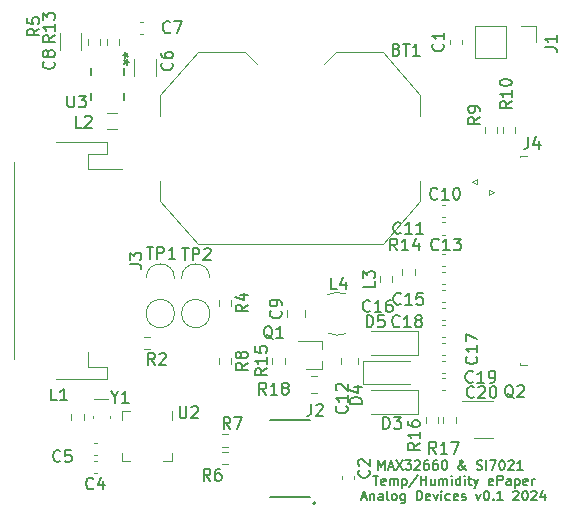
<source format=gto>
%TF.GenerationSoftware,KiCad,Pcbnew,7.0.7*%
%TF.CreationDate,2024-03-04T06:13:50-08:00*%
%TF.ProjectId,TemperatureHumidityEPD,54656d70-6572-4617-9475-726548756d69,rev?*%
%TF.SameCoordinates,PX75040e0PY7b67cc0*%
%TF.FileFunction,Legend,Top*%
%TF.FilePolarity,Positive*%
%FSLAX46Y46*%
G04 Gerber Fmt 4.6, Leading zero omitted, Abs format (unit mm)*
G04 Created by KiCad (PCBNEW 7.0.7) date 2024-03-04 06:13:50*
%MOMM*%
%LPD*%
G01*
G04 APERTURE LIST*
%ADD10C,0.127000*%
%ADD11C,0.150000*%
%ADD12C,0.120000*%
%ADD13C,0.200000*%
%ADD14C,0.100000*%
%ADD15C,0.152400*%
G04 APERTURE END LIST*
D10*
X31449999Y3774509D02*
X31449999Y4574509D01*
X31449999Y4574509D02*
X31716665Y4003081D01*
X31716665Y4003081D02*
X31983332Y4574509D01*
X31983332Y4574509D02*
X31983332Y3774509D01*
X32326189Y4003081D02*
X32707142Y4003081D01*
X32249999Y3774509D02*
X32516666Y4574509D01*
X32516666Y4574509D02*
X32783332Y3774509D01*
X32973808Y4574509D02*
X33507142Y3774509D01*
X33507142Y4574509D02*
X32973808Y3774509D01*
X33735713Y4574509D02*
X34230951Y4574509D01*
X34230951Y4574509D02*
X33964285Y4269747D01*
X33964285Y4269747D02*
X34078570Y4269747D01*
X34078570Y4269747D02*
X34154761Y4231652D01*
X34154761Y4231652D02*
X34192856Y4193557D01*
X34192856Y4193557D02*
X34230951Y4117366D01*
X34230951Y4117366D02*
X34230951Y3926890D01*
X34230951Y3926890D02*
X34192856Y3850700D01*
X34192856Y3850700D02*
X34154761Y3812604D01*
X34154761Y3812604D02*
X34078570Y3774509D01*
X34078570Y3774509D02*
X33849999Y3774509D01*
X33849999Y3774509D02*
X33773808Y3812604D01*
X33773808Y3812604D02*
X33735713Y3850700D01*
X34535713Y4498319D02*
X34573809Y4536414D01*
X34573809Y4536414D02*
X34649999Y4574509D01*
X34649999Y4574509D02*
X34840475Y4574509D01*
X34840475Y4574509D02*
X34916666Y4536414D01*
X34916666Y4536414D02*
X34954761Y4498319D01*
X34954761Y4498319D02*
X34992856Y4422128D01*
X34992856Y4422128D02*
X34992856Y4345938D01*
X34992856Y4345938D02*
X34954761Y4231652D01*
X34954761Y4231652D02*
X34497618Y3774509D01*
X34497618Y3774509D02*
X34992856Y3774509D01*
X35678571Y4574509D02*
X35526190Y4574509D01*
X35526190Y4574509D02*
X35449999Y4536414D01*
X35449999Y4536414D02*
X35411904Y4498319D01*
X35411904Y4498319D02*
X35335714Y4384033D01*
X35335714Y4384033D02*
X35297618Y4231652D01*
X35297618Y4231652D02*
X35297618Y3926890D01*
X35297618Y3926890D02*
X35335714Y3850700D01*
X35335714Y3850700D02*
X35373809Y3812604D01*
X35373809Y3812604D02*
X35449999Y3774509D01*
X35449999Y3774509D02*
X35602380Y3774509D01*
X35602380Y3774509D02*
X35678571Y3812604D01*
X35678571Y3812604D02*
X35716666Y3850700D01*
X35716666Y3850700D02*
X35754761Y3926890D01*
X35754761Y3926890D02*
X35754761Y4117366D01*
X35754761Y4117366D02*
X35716666Y4193557D01*
X35716666Y4193557D02*
X35678571Y4231652D01*
X35678571Y4231652D02*
X35602380Y4269747D01*
X35602380Y4269747D02*
X35449999Y4269747D01*
X35449999Y4269747D02*
X35373809Y4231652D01*
X35373809Y4231652D02*
X35335714Y4193557D01*
X35335714Y4193557D02*
X35297618Y4117366D01*
X36440476Y4574509D02*
X36288095Y4574509D01*
X36288095Y4574509D02*
X36211904Y4536414D01*
X36211904Y4536414D02*
X36173809Y4498319D01*
X36173809Y4498319D02*
X36097619Y4384033D01*
X36097619Y4384033D02*
X36059523Y4231652D01*
X36059523Y4231652D02*
X36059523Y3926890D01*
X36059523Y3926890D02*
X36097619Y3850700D01*
X36097619Y3850700D02*
X36135714Y3812604D01*
X36135714Y3812604D02*
X36211904Y3774509D01*
X36211904Y3774509D02*
X36364285Y3774509D01*
X36364285Y3774509D02*
X36440476Y3812604D01*
X36440476Y3812604D02*
X36478571Y3850700D01*
X36478571Y3850700D02*
X36516666Y3926890D01*
X36516666Y3926890D02*
X36516666Y4117366D01*
X36516666Y4117366D02*
X36478571Y4193557D01*
X36478571Y4193557D02*
X36440476Y4231652D01*
X36440476Y4231652D02*
X36364285Y4269747D01*
X36364285Y4269747D02*
X36211904Y4269747D01*
X36211904Y4269747D02*
X36135714Y4231652D01*
X36135714Y4231652D02*
X36097619Y4193557D01*
X36097619Y4193557D02*
X36059523Y4117366D01*
X37011905Y4574509D02*
X37088095Y4574509D01*
X37088095Y4574509D02*
X37164286Y4536414D01*
X37164286Y4536414D02*
X37202381Y4498319D01*
X37202381Y4498319D02*
X37240476Y4422128D01*
X37240476Y4422128D02*
X37278571Y4269747D01*
X37278571Y4269747D02*
X37278571Y4079271D01*
X37278571Y4079271D02*
X37240476Y3926890D01*
X37240476Y3926890D02*
X37202381Y3850700D01*
X37202381Y3850700D02*
X37164286Y3812604D01*
X37164286Y3812604D02*
X37088095Y3774509D01*
X37088095Y3774509D02*
X37011905Y3774509D01*
X37011905Y3774509D02*
X36935714Y3812604D01*
X36935714Y3812604D02*
X36897619Y3850700D01*
X36897619Y3850700D02*
X36859524Y3926890D01*
X36859524Y3926890D02*
X36821428Y4079271D01*
X36821428Y4079271D02*
X36821428Y4269747D01*
X36821428Y4269747D02*
X36859524Y4422128D01*
X36859524Y4422128D02*
X36897619Y4498319D01*
X36897619Y4498319D02*
X36935714Y4536414D01*
X36935714Y4536414D02*
X37011905Y4574509D01*
X38878572Y3774509D02*
X38840477Y3774509D01*
X38840477Y3774509D02*
X38764286Y3812604D01*
X38764286Y3812604D02*
X38650000Y3926890D01*
X38650000Y3926890D02*
X38459524Y4155462D01*
X38459524Y4155462D02*
X38383334Y4269747D01*
X38383334Y4269747D02*
X38345238Y4384033D01*
X38345238Y4384033D02*
X38345238Y4460224D01*
X38345238Y4460224D02*
X38383334Y4536414D01*
X38383334Y4536414D02*
X38459524Y4574509D01*
X38459524Y4574509D02*
X38497619Y4574509D01*
X38497619Y4574509D02*
X38573810Y4536414D01*
X38573810Y4536414D02*
X38611905Y4460224D01*
X38611905Y4460224D02*
X38611905Y4422128D01*
X38611905Y4422128D02*
X38573810Y4345938D01*
X38573810Y4345938D02*
X38535715Y4307843D01*
X38535715Y4307843D02*
X38307143Y4155462D01*
X38307143Y4155462D02*
X38269048Y4117366D01*
X38269048Y4117366D02*
X38230953Y4041176D01*
X38230953Y4041176D02*
X38230953Y3926890D01*
X38230953Y3926890D02*
X38269048Y3850700D01*
X38269048Y3850700D02*
X38307143Y3812604D01*
X38307143Y3812604D02*
X38383334Y3774509D01*
X38383334Y3774509D02*
X38497619Y3774509D01*
X38497619Y3774509D02*
X38573810Y3812604D01*
X38573810Y3812604D02*
X38611905Y3850700D01*
X38611905Y3850700D02*
X38726191Y4003081D01*
X38726191Y4003081D02*
X38764286Y4117366D01*
X38764286Y4117366D02*
X38764286Y4193557D01*
X39792857Y3812604D02*
X39907143Y3774509D01*
X39907143Y3774509D02*
X40097619Y3774509D01*
X40097619Y3774509D02*
X40173810Y3812604D01*
X40173810Y3812604D02*
X40211905Y3850700D01*
X40211905Y3850700D02*
X40250000Y3926890D01*
X40250000Y3926890D02*
X40250000Y4003081D01*
X40250000Y4003081D02*
X40211905Y4079271D01*
X40211905Y4079271D02*
X40173810Y4117366D01*
X40173810Y4117366D02*
X40097619Y4155462D01*
X40097619Y4155462D02*
X39945238Y4193557D01*
X39945238Y4193557D02*
X39869048Y4231652D01*
X39869048Y4231652D02*
X39830953Y4269747D01*
X39830953Y4269747D02*
X39792857Y4345938D01*
X39792857Y4345938D02*
X39792857Y4422128D01*
X39792857Y4422128D02*
X39830953Y4498319D01*
X39830953Y4498319D02*
X39869048Y4536414D01*
X39869048Y4536414D02*
X39945238Y4574509D01*
X39945238Y4574509D02*
X40135715Y4574509D01*
X40135715Y4574509D02*
X40250000Y4536414D01*
X40592858Y3774509D02*
X40592858Y4574509D01*
X40897619Y4574509D02*
X41430953Y4574509D01*
X41430953Y4574509D02*
X41088095Y3774509D01*
X41888096Y4574509D02*
X41964286Y4574509D01*
X41964286Y4574509D02*
X42040477Y4536414D01*
X42040477Y4536414D02*
X42078572Y4498319D01*
X42078572Y4498319D02*
X42116667Y4422128D01*
X42116667Y4422128D02*
X42154762Y4269747D01*
X42154762Y4269747D02*
X42154762Y4079271D01*
X42154762Y4079271D02*
X42116667Y3926890D01*
X42116667Y3926890D02*
X42078572Y3850700D01*
X42078572Y3850700D02*
X42040477Y3812604D01*
X42040477Y3812604D02*
X41964286Y3774509D01*
X41964286Y3774509D02*
X41888096Y3774509D01*
X41888096Y3774509D02*
X41811905Y3812604D01*
X41811905Y3812604D02*
X41773810Y3850700D01*
X41773810Y3850700D02*
X41735715Y3926890D01*
X41735715Y3926890D02*
X41697619Y4079271D01*
X41697619Y4079271D02*
X41697619Y4269747D01*
X41697619Y4269747D02*
X41735715Y4422128D01*
X41735715Y4422128D02*
X41773810Y4498319D01*
X41773810Y4498319D02*
X41811905Y4536414D01*
X41811905Y4536414D02*
X41888096Y4574509D01*
X42459524Y4498319D02*
X42497620Y4536414D01*
X42497620Y4536414D02*
X42573810Y4574509D01*
X42573810Y4574509D02*
X42764286Y4574509D01*
X42764286Y4574509D02*
X42840477Y4536414D01*
X42840477Y4536414D02*
X42878572Y4498319D01*
X42878572Y4498319D02*
X42916667Y4422128D01*
X42916667Y4422128D02*
X42916667Y4345938D01*
X42916667Y4345938D02*
X42878572Y4231652D01*
X42878572Y4231652D02*
X42421429Y3774509D01*
X42421429Y3774509D02*
X42916667Y3774509D01*
X43678572Y3774509D02*
X43221429Y3774509D01*
X43450001Y3774509D02*
X43450001Y4574509D01*
X43450001Y4574509D02*
X43373810Y4460224D01*
X43373810Y4460224D02*
X43297620Y4384033D01*
X43297620Y4384033D02*
X43221429Y4345938D01*
X31011904Y3286509D02*
X31469047Y3286509D01*
X31240475Y2486509D02*
X31240475Y3286509D01*
X32040476Y2524604D02*
X31964285Y2486509D01*
X31964285Y2486509D02*
X31811904Y2486509D01*
X31811904Y2486509D02*
X31735714Y2524604D01*
X31735714Y2524604D02*
X31697618Y2600795D01*
X31697618Y2600795D02*
X31697618Y2905557D01*
X31697618Y2905557D02*
X31735714Y2981747D01*
X31735714Y2981747D02*
X31811904Y3019843D01*
X31811904Y3019843D02*
X31964285Y3019843D01*
X31964285Y3019843D02*
X32040476Y2981747D01*
X32040476Y2981747D02*
X32078571Y2905557D01*
X32078571Y2905557D02*
X32078571Y2829366D01*
X32078571Y2829366D02*
X31697618Y2753176D01*
X32421428Y2486509D02*
X32421428Y3019843D01*
X32421428Y2943652D02*
X32459523Y2981747D01*
X32459523Y2981747D02*
X32535713Y3019843D01*
X32535713Y3019843D02*
X32649999Y3019843D01*
X32649999Y3019843D02*
X32726190Y2981747D01*
X32726190Y2981747D02*
X32764285Y2905557D01*
X32764285Y2905557D02*
X32764285Y2486509D01*
X32764285Y2905557D02*
X32802380Y2981747D01*
X32802380Y2981747D02*
X32878571Y3019843D01*
X32878571Y3019843D02*
X32992856Y3019843D01*
X32992856Y3019843D02*
X33069047Y2981747D01*
X33069047Y2981747D02*
X33107142Y2905557D01*
X33107142Y2905557D02*
X33107142Y2486509D01*
X33488095Y3019843D02*
X33488095Y2219843D01*
X33488095Y2981747D02*
X33564285Y3019843D01*
X33564285Y3019843D02*
X33716666Y3019843D01*
X33716666Y3019843D02*
X33792857Y2981747D01*
X33792857Y2981747D02*
X33830952Y2943652D01*
X33830952Y2943652D02*
X33869047Y2867462D01*
X33869047Y2867462D02*
X33869047Y2638890D01*
X33869047Y2638890D02*
X33830952Y2562700D01*
X33830952Y2562700D02*
X33792857Y2524604D01*
X33792857Y2524604D02*
X33716666Y2486509D01*
X33716666Y2486509D02*
X33564285Y2486509D01*
X33564285Y2486509D02*
X33488095Y2524604D01*
X34783333Y3324604D02*
X34097619Y2296033D01*
X35050000Y2486509D02*
X35050000Y3286509D01*
X35050000Y2905557D02*
X35507143Y2905557D01*
X35507143Y2486509D02*
X35507143Y3286509D01*
X36230952Y3019843D02*
X36230952Y2486509D01*
X35888095Y3019843D02*
X35888095Y2600795D01*
X35888095Y2600795D02*
X35926190Y2524604D01*
X35926190Y2524604D02*
X36002380Y2486509D01*
X36002380Y2486509D02*
X36116666Y2486509D01*
X36116666Y2486509D02*
X36192857Y2524604D01*
X36192857Y2524604D02*
X36230952Y2562700D01*
X36611905Y2486509D02*
X36611905Y3019843D01*
X36611905Y2943652D02*
X36650000Y2981747D01*
X36650000Y2981747D02*
X36726190Y3019843D01*
X36726190Y3019843D02*
X36840476Y3019843D01*
X36840476Y3019843D02*
X36916667Y2981747D01*
X36916667Y2981747D02*
X36954762Y2905557D01*
X36954762Y2905557D02*
X36954762Y2486509D01*
X36954762Y2905557D02*
X36992857Y2981747D01*
X36992857Y2981747D02*
X37069048Y3019843D01*
X37069048Y3019843D02*
X37183333Y3019843D01*
X37183333Y3019843D02*
X37259524Y2981747D01*
X37259524Y2981747D02*
X37297619Y2905557D01*
X37297619Y2905557D02*
X37297619Y2486509D01*
X37678572Y2486509D02*
X37678572Y3019843D01*
X37678572Y3286509D02*
X37640476Y3248414D01*
X37640476Y3248414D02*
X37678572Y3210319D01*
X37678572Y3210319D02*
X37716667Y3248414D01*
X37716667Y3248414D02*
X37678572Y3286509D01*
X37678572Y3286509D02*
X37678572Y3210319D01*
X38402381Y2486509D02*
X38402381Y3286509D01*
X38402381Y2524604D02*
X38326190Y2486509D01*
X38326190Y2486509D02*
X38173809Y2486509D01*
X38173809Y2486509D02*
X38097619Y2524604D01*
X38097619Y2524604D02*
X38059524Y2562700D01*
X38059524Y2562700D02*
X38021428Y2638890D01*
X38021428Y2638890D02*
X38021428Y2867462D01*
X38021428Y2867462D02*
X38059524Y2943652D01*
X38059524Y2943652D02*
X38097619Y2981747D01*
X38097619Y2981747D02*
X38173809Y3019843D01*
X38173809Y3019843D02*
X38326190Y3019843D01*
X38326190Y3019843D02*
X38402381Y2981747D01*
X38783334Y2486509D02*
X38783334Y3019843D01*
X38783334Y3286509D02*
X38745238Y3248414D01*
X38745238Y3248414D02*
X38783334Y3210319D01*
X38783334Y3210319D02*
X38821429Y3248414D01*
X38821429Y3248414D02*
X38783334Y3286509D01*
X38783334Y3286509D02*
X38783334Y3210319D01*
X39050000Y3019843D02*
X39354762Y3019843D01*
X39164286Y3286509D02*
X39164286Y2600795D01*
X39164286Y2600795D02*
X39202381Y2524604D01*
X39202381Y2524604D02*
X39278571Y2486509D01*
X39278571Y2486509D02*
X39354762Y2486509D01*
X39545238Y3019843D02*
X39735714Y2486509D01*
X39926191Y3019843D02*
X39735714Y2486509D01*
X39735714Y2486509D02*
X39659524Y2296033D01*
X39659524Y2296033D02*
X39621429Y2257938D01*
X39621429Y2257938D02*
X39545238Y2219843D01*
X41145239Y2524604D02*
X41069048Y2486509D01*
X41069048Y2486509D02*
X40916667Y2486509D01*
X40916667Y2486509D02*
X40840477Y2524604D01*
X40840477Y2524604D02*
X40802381Y2600795D01*
X40802381Y2600795D02*
X40802381Y2905557D01*
X40802381Y2905557D02*
X40840477Y2981747D01*
X40840477Y2981747D02*
X40916667Y3019843D01*
X40916667Y3019843D02*
X41069048Y3019843D01*
X41069048Y3019843D02*
X41145239Y2981747D01*
X41145239Y2981747D02*
X41183334Y2905557D01*
X41183334Y2905557D02*
X41183334Y2829366D01*
X41183334Y2829366D02*
X40802381Y2753176D01*
X41526191Y2486509D02*
X41526191Y3286509D01*
X41526191Y3286509D02*
X41830953Y3286509D01*
X41830953Y3286509D02*
X41907143Y3248414D01*
X41907143Y3248414D02*
X41945238Y3210319D01*
X41945238Y3210319D02*
X41983334Y3134128D01*
X41983334Y3134128D02*
X41983334Y3019843D01*
X41983334Y3019843D02*
X41945238Y2943652D01*
X41945238Y2943652D02*
X41907143Y2905557D01*
X41907143Y2905557D02*
X41830953Y2867462D01*
X41830953Y2867462D02*
X41526191Y2867462D01*
X42669048Y2486509D02*
X42669048Y2905557D01*
X42669048Y2905557D02*
X42630953Y2981747D01*
X42630953Y2981747D02*
X42554762Y3019843D01*
X42554762Y3019843D02*
X42402381Y3019843D01*
X42402381Y3019843D02*
X42326191Y2981747D01*
X42669048Y2524604D02*
X42592857Y2486509D01*
X42592857Y2486509D02*
X42402381Y2486509D01*
X42402381Y2486509D02*
X42326191Y2524604D01*
X42326191Y2524604D02*
X42288095Y2600795D01*
X42288095Y2600795D02*
X42288095Y2676985D01*
X42288095Y2676985D02*
X42326191Y2753176D01*
X42326191Y2753176D02*
X42402381Y2791271D01*
X42402381Y2791271D02*
X42592857Y2791271D01*
X42592857Y2791271D02*
X42669048Y2829366D01*
X43050001Y3019843D02*
X43050001Y2219843D01*
X43050001Y2981747D02*
X43126191Y3019843D01*
X43126191Y3019843D02*
X43278572Y3019843D01*
X43278572Y3019843D02*
X43354763Y2981747D01*
X43354763Y2981747D02*
X43392858Y2943652D01*
X43392858Y2943652D02*
X43430953Y2867462D01*
X43430953Y2867462D02*
X43430953Y2638890D01*
X43430953Y2638890D02*
X43392858Y2562700D01*
X43392858Y2562700D02*
X43354763Y2524604D01*
X43354763Y2524604D02*
X43278572Y2486509D01*
X43278572Y2486509D02*
X43126191Y2486509D01*
X43126191Y2486509D02*
X43050001Y2524604D01*
X44078573Y2524604D02*
X44002382Y2486509D01*
X44002382Y2486509D02*
X43850001Y2486509D01*
X43850001Y2486509D02*
X43773811Y2524604D01*
X43773811Y2524604D02*
X43735715Y2600795D01*
X43735715Y2600795D02*
X43735715Y2905557D01*
X43735715Y2905557D02*
X43773811Y2981747D01*
X43773811Y2981747D02*
X43850001Y3019843D01*
X43850001Y3019843D02*
X44002382Y3019843D01*
X44002382Y3019843D02*
X44078573Y2981747D01*
X44078573Y2981747D02*
X44116668Y2905557D01*
X44116668Y2905557D02*
X44116668Y2829366D01*
X44116668Y2829366D02*
X43735715Y2753176D01*
X44459525Y2486509D02*
X44459525Y3019843D01*
X44459525Y2867462D02*
X44497620Y2943652D01*
X44497620Y2943652D02*
X44535715Y2981747D01*
X44535715Y2981747D02*
X44611906Y3019843D01*
X44611906Y3019843D02*
X44688096Y3019843D01*
X30059522Y1427081D02*
X30440475Y1427081D01*
X29983332Y1198509D02*
X30249999Y1998509D01*
X30249999Y1998509D02*
X30516665Y1198509D01*
X30783332Y1731843D02*
X30783332Y1198509D01*
X30783332Y1655652D02*
X30821427Y1693747D01*
X30821427Y1693747D02*
X30897617Y1731843D01*
X30897617Y1731843D02*
X31011903Y1731843D01*
X31011903Y1731843D02*
X31088094Y1693747D01*
X31088094Y1693747D02*
X31126189Y1617557D01*
X31126189Y1617557D02*
X31126189Y1198509D01*
X31849999Y1198509D02*
X31849999Y1617557D01*
X31849999Y1617557D02*
X31811904Y1693747D01*
X31811904Y1693747D02*
X31735713Y1731843D01*
X31735713Y1731843D02*
X31583332Y1731843D01*
X31583332Y1731843D02*
X31507142Y1693747D01*
X31849999Y1236604D02*
X31773808Y1198509D01*
X31773808Y1198509D02*
X31583332Y1198509D01*
X31583332Y1198509D02*
X31507142Y1236604D01*
X31507142Y1236604D02*
X31469046Y1312795D01*
X31469046Y1312795D02*
X31469046Y1388985D01*
X31469046Y1388985D02*
X31507142Y1465176D01*
X31507142Y1465176D02*
X31583332Y1503271D01*
X31583332Y1503271D02*
X31773808Y1503271D01*
X31773808Y1503271D02*
X31849999Y1541366D01*
X32345237Y1198509D02*
X32269047Y1236604D01*
X32269047Y1236604D02*
X32230952Y1312795D01*
X32230952Y1312795D02*
X32230952Y1998509D01*
X32764285Y1198509D02*
X32688095Y1236604D01*
X32688095Y1236604D02*
X32650000Y1274700D01*
X32650000Y1274700D02*
X32611904Y1350890D01*
X32611904Y1350890D02*
X32611904Y1579462D01*
X32611904Y1579462D02*
X32650000Y1655652D01*
X32650000Y1655652D02*
X32688095Y1693747D01*
X32688095Y1693747D02*
X32764285Y1731843D01*
X32764285Y1731843D02*
X32878571Y1731843D01*
X32878571Y1731843D02*
X32954762Y1693747D01*
X32954762Y1693747D02*
X32992857Y1655652D01*
X32992857Y1655652D02*
X33030952Y1579462D01*
X33030952Y1579462D02*
X33030952Y1350890D01*
X33030952Y1350890D02*
X32992857Y1274700D01*
X32992857Y1274700D02*
X32954762Y1236604D01*
X32954762Y1236604D02*
X32878571Y1198509D01*
X32878571Y1198509D02*
X32764285Y1198509D01*
X33716667Y1731843D02*
X33716667Y1084224D01*
X33716667Y1084224D02*
X33678572Y1008033D01*
X33678572Y1008033D02*
X33640476Y969938D01*
X33640476Y969938D02*
X33564286Y931843D01*
X33564286Y931843D02*
X33450000Y931843D01*
X33450000Y931843D02*
X33373810Y969938D01*
X33716667Y1236604D02*
X33640476Y1198509D01*
X33640476Y1198509D02*
X33488095Y1198509D01*
X33488095Y1198509D02*
X33411905Y1236604D01*
X33411905Y1236604D02*
X33373810Y1274700D01*
X33373810Y1274700D02*
X33335714Y1350890D01*
X33335714Y1350890D02*
X33335714Y1579462D01*
X33335714Y1579462D02*
X33373810Y1655652D01*
X33373810Y1655652D02*
X33411905Y1693747D01*
X33411905Y1693747D02*
X33488095Y1731843D01*
X33488095Y1731843D02*
X33640476Y1731843D01*
X33640476Y1731843D02*
X33716667Y1693747D01*
X34707144Y1198509D02*
X34707144Y1998509D01*
X34707144Y1998509D02*
X34897620Y1998509D01*
X34897620Y1998509D02*
X35011906Y1960414D01*
X35011906Y1960414D02*
X35088096Y1884224D01*
X35088096Y1884224D02*
X35126191Y1808033D01*
X35126191Y1808033D02*
X35164287Y1655652D01*
X35164287Y1655652D02*
X35164287Y1541366D01*
X35164287Y1541366D02*
X35126191Y1388985D01*
X35126191Y1388985D02*
X35088096Y1312795D01*
X35088096Y1312795D02*
X35011906Y1236604D01*
X35011906Y1236604D02*
X34897620Y1198509D01*
X34897620Y1198509D02*
X34707144Y1198509D01*
X35811906Y1236604D02*
X35735715Y1198509D01*
X35735715Y1198509D02*
X35583334Y1198509D01*
X35583334Y1198509D02*
X35507144Y1236604D01*
X35507144Y1236604D02*
X35469048Y1312795D01*
X35469048Y1312795D02*
X35469048Y1617557D01*
X35469048Y1617557D02*
X35507144Y1693747D01*
X35507144Y1693747D02*
X35583334Y1731843D01*
X35583334Y1731843D02*
X35735715Y1731843D01*
X35735715Y1731843D02*
X35811906Y1693747D01*
X35811906Y1693747D02*
X35850001Y1617557D01*
X35850001Y1617557D02*
X35850001Y1541366D01*
X35850001Y1541366D02*
X35469048Y1465176D01*
X36116667Y1731843D02*
X36307143Y1198509D01*
X36307143Y1198509D02*
X36497620Y1731843D01*
X36802382Y1198509D02*
X36802382Y1731843D01*
X36802382Y1998509D02*
X36764286Y1960414D01*
X36764286Y1960414D02*
X36802382Y1922319D01*
X36802382Y1922319D02*
X36840477Y1960414D01*
X36840477Y1960414D02*
X36802382Y1998509D01*
X36802382Y1998509D02*
X36802382Y1922319D01*
X37526191Y1236604D02*
X37450000Y1198509D01*
X37450000Y1198509D02*
X37297619Y1198509D01*
X37297619Y1198509D02*
X37221429Y1236604D01*
X37221429Y1236604D02*
X37183334Y1274700D01*
X37183334Y1274700D02*
X37145238Y1350890D01*
X37145238Y1350890D02*
X37145238Y1579462D01*
X37145238Y1579462D02*
X37183334Y1655652D01*
X37183334Y1655652D02*
X37221429Y1693747D01*
X37221429Y1693747D02*
X37297619Y1731843D01*
X37297619Y1731843D02*
X37450000Y1731843D01*
X37450000Y1731843D02*
X37526191Y1693747D01*
X38173810Y1236604D02*
X38097619Y1198509D01*
X38097619Y1198509D02*
X37945238Y1198509D01*
X37945238Y1198509D02*
X37869048Y1236604D01*
X37869048Y1236604D02*
X37830952Y1312795D01*
X37830952Y1312795D02*
X37830952Y1617557D01*
X37830952Y1617557D02*
X37869048Y1693747D01*
X37869048Y1693747D02*
X37945238Y1731843D01*
X37945238Y1731843D02*
X38097619Y1731843D01*
X38097619Y1731843D02*
X38173810Y1693747D01*
X38173810Y1693747D02*
X38211905Y1617557D01*
X38211905Y1617557D02*
X38211905Y1541366D01*
X38211905Y1541366D02*
X37830952Y1465176D01*
X38516666Y1236604D02*
X38592857Y1198509D01*
X38592857Y1198509D02*
X38745238Y1198509D01*
X38745238Y1198509D02*
X38821428Y1236604D01*
X38821428Y1236604D02*
X38859524Y1312795D01*
X38859524Y1312795D02*
X38859524Y1350890D01*
X38859524Y1350890D02*
X38821428Y1427081D01*
X38821428Y1427081D02*
X38745238Y1465176D01*
X38745238Y1465176D02*
X38630952Y1465176D01*
X38630952Y1465176D02*
X38554762Y1503271D01*
X38554762Y1503271D02*
X38516666Y1579462D01*
X38516666Y1579462D02*
X38516666Y1617557D01*
X38516666Y1617557D02*
X38554762Y1693747D01*
X38554762Y1693747D02*
X38630952Y1731843D01*
X38630952Y1731843D02*
X38745238Y1731843D01*
X38745238Y1731843D02*
X38821428Y1693747D01*
X39735714Y1731843D02*
X39926190Y1198509D01*
X39926190Y1198509D02*
X40116667Y1731843D01*
X40573810Y1998509D02*
X40650000Y1998509D01*
X40650000Y1998509D02*
X40726191Y1960414D01*
X40726191Y1960414D02*
X40764286Y1922319D01*
X40764286Y1922319D02*
X40802381Y1846128D01*
X40802381Y1846128D02*
X40840476Y1693747D01*
X40840476Y1693747D02*
X40840476Y1503271D01*
X40840476Y1503271D02*
X40802381Y1350890D01*
X40802381Y1350890D02*
X40764286Y1274700D01*
X40764286Y1274700D02*
X40726191Y1236604D01*
X40726191Y1236604D02*
X40650000Y1198509D01*
X40650000Y1198509D02*
X40573810Y1198509D01*
X40573810Y1198509D02*
X40497619Y1236604D01*
X40497619Y1236604D02*
X40459524Y1274700D01*
X40459524Y1274700D02*
X40421429Y1350890D01*
X40421429Y1350890D02*
X40383333Y1503271D01*
X40383333Y1503271D02*
X40383333Y1693747D01*
X40383333Y1693747D02*
X40421429Y1846128D01*
X40421429Y1846128D02*
X40459524Y1922319D01*
X40459524Y1922319D02*
X40497619Y1960414D01*
X40497619Y1960414D02*
X40573810Y1998509D01*
X41183334Y1274700D02*
X41221429Y1236604D01*
X41221429Y1236604D02*
X41183334Y1198509D01*
X41183334Y1198509D02*
X41145238Y1236604D01*
X41145238Y1236604D02*
X41183334Y1274700D01*
X41183334Y1274700D02*
X41183334Y1198509D01*
X41983333Y1198509D02*
X41526190Y1198509D01*
X41754762Y1198509D02*
X41754762Y1998509D01*
X41754762Y1998509D02*
X41678571Y1884224D01*
X41678571Y1884224D02*
X41602381Y1808033D01*
X41602381Y1808033D02*
X41526190Y1769938D01*
X42897619Y1922319D02*
X42935715Y1960414D01*
X42935715Y1960414D02*
X43011905Y1998509D01*
X43011905Y1998509D02*
X43202381Y1998509D01*
X43202381Y1998509D02*
X43278572Y1960414D01*
X43278572Y1960414D02*
X43316667Y1922319D01*
X43316667Y1922319D02*
X43354762Y1846128D01*
X43354762Y1846128D02*
X43354762Y1769938D01*
X43354762Y1769938D02*
X43316667Y1655652D01*
X43316667Y1655652D02*
X42859524Y1198509D01*
X42859524Y1198509D02*
X43354762Y1198509D01*
X43850001Y1998509D02*
X43926191Y1998509D01*
X43926191Y1998509D02*
X44002382Y1960414D01*
X44002382Y1960414D02*
X44040477Y1922319D01*
X44040477Y1922319D02*
X44078572Y1846128D01*
X44078572Y1846128D02*
X44116667Y1693747D01*
X44116667Y1693747D02*
X44116667Y1503271D01*
X44116667Y1503271D02*
X44078572Y1350890D01*
X44078572Y1350890D02*
X44040477Y1274700D01*
X44040477Y1274700D02*
X44002382Y1236604D01*
X44002382Y1236604D02*
X43926191Y1198509D01*
X43926191Y1198509D02*
X43850001Y1198509D01*
X43850001Y1198509D02*
X43773810Y1236604D01*
X43773810Y1236604D02*
X43735715Y1274700D01*
X43735715Y1274700D02*
X43697620Y1350890D01*
X43697620Y1350890D02*
X43659524Y1503271D01*
X43659524Y1503271D02*
X43659524Y1693747D01*
X43659524Y1693747D02*
X43697620Y1846128D01*
X43697620Y1846128D02*
X43735715Y1922319D01*
X43735715Y1922319D02*
X43773810Y1960414D01*
X43773810Y1960414D02*
X43850001Y1998509D01*
X44421429Y1922319D02*
X44459525Y1960414D01*
X44459525Y1960414D02*
X44535715Y1998509D01*
X44535715Y1998509D02*
X44726191Y1998509D01*
X44726191Y1998509D02*
X44802382Y1960414D01*
X44802382Y1960414D02*
X44840477Y1922319D01*
X44840477Y1922319D02*
X44878572Y1846128D01*
X44878572Y1846128D02*
X44878572Y1769938D01*
X44878572Y1769938D02*
X44840477Y1655652D01*
X44840477Y1655652D02*
X44383334Y1198509D01*
X44383334Y1198509D02*
X44878572Y1198509D01*
X45564287Y1731843D02*
X45564287Y1198509D01*
X45373811Y2036604D02*
X45183334Y1465176D01*
X45183334Y1465176D02*
X45678573Y1465176D01*
D11*
X33014285Y39368991D02*
X33157142Y39321372D01*
X33157142Y39321372D02*
X33204761Y39273753D01*
X33204761Y39273753D02*
X33252380Y39178515D01*
X33252380Y39178515D02*
X33252380Y39035658D01*
X33252380Y39035658D02*
X33204761Y38940420D01*
X33204761Y38940420D02*
X33157142Y38892800D01*
X33157142Y38892800D02*
X33061904Y38845181D01*
X33061904Y38845181D02*
X32680952Y38845181D01*
X32680952Y38845181D02*
X32680952Y39845181D01*
X32680952Y39845181D02*
X33014285Y39845181D01*
X33014285Y39845181D02*
X33109523Y39797562D01*
X33109523Y39797562D02*
X33157142Y39749943D01*
X33157142Y39749943D02*
X33204761Y39654705D01*
X33204761Y39654705D02*
X33204761Y39559467D01*
X33204761Y39559467D02*
X33157142Y39464229D01*
X33157142Y39464229D02*
X33109523Y39416610D01*
X33109523Y39416610D02*
X33014285Y39368991D01*
X33014285Y39368991D02*
X32680952Y39368991D01*
X33538095Y39845181D02*
X34109523Y39845181D01*
X33823809Y38845181D02*
X33823809Y39845181D01*
X34966666Y38845181D02*
X34395238Y38845181D01*
X34680952Y38845181D02*
X34680952Y39845181D01*
X34680952Y39845181D02*
X34585714Y39702324D01*
X34585714Y39702324D02*
X34490476Y39607086D01*
X34490476Y39607086D02*
X34395238Y39559467D01*
X36929580Y39833334D02*
X36977200Y39785715D01*
X36977200Y39785715D02*
X37024819Y39642858D01*
X37024819Y39642858D02*
X37024819Y39547620D01*
X37024819Y39547620D02*
X36977200Y39404763D01*
X36977200Y39404763D02*
X36881961Y39309525D01*
X36881961Y39309525D02*
X36786723Y39261906D01*
X36786723Y39261906D02*
X36596247Y39214287D01*
X36596247Y39214287D02*
X36453390Y39214287D01*
X36453390Y39214287D02*
X36262914Y39261906D01*
X36262914Y39261906D02*
X36167676Y39309525D01*
X36167676Y39309525D02*
X36072438Y39404763D01*
X36072438Y39404763D02*
X36024819Y39547620D01*
X36024819Y39547620D02*
X36024819Y39642858D01*
X36024819Y39642858D02*
X36072438Y39785715D01*
X36072438Y39785715D02*
X36120057Y39833334D01*
X37024819Y40785715D02*
X37024819Y40214287D01*
X37024819Y40500001D02*
X36024819Y40500001D01*
X36024819Y40500001D02*
X36167676Y40404763D01*
X36167676Y40404763D02*
X36262914Y40309525D01*
X36262914Y40309525D02*
X36310533Y40214287D01*
X30659580Y3733334D02*
X30707200Y3685715D01*
X30707200Y3685715D02*
X30754819Y3542858D01*
X30754819Y3542858D02*
X30754819Y3447620D01*
X30754819Y3447620D02*
X30707200Y3304763D01*
X30707200Y3304763D02*
X30611961Y3209525D01*
X30611961Y3209525D02*
X30516723Y3161906D01*
X30516723Y3161906D02*
X30326247Y3114287D01*
X30326247Y3114287D02*
X30183390Y3114287D01*
X30183390Y3114287D02*
X29992914Y3161906D01*
X29992914Y3161906D02*
X29897676Y3209525D01*
X29897676Y3209525D02*
X29802438Y3304763D01*
X29802438Y3304763D02*
X29754819Y3447620D01*
X29754819Y3447620D02*
X29754819Y3542858D01*
X29754819Y3542858D02*
X29802438Y3685715D01*
X29802438Y3685715D02*
X29850057Y3733334D01*
X29850057Y4114287D02*
X29802438Y4161906D01*
X29802438Y4161906D02*
X29754819Y4257144D01*
X29754819Y4257144D02*
X29754819Y4495239D01*
X29754819Y4495239D02*
X29802438Y4590477D01*
X29802438Y4590477D02*
X29850057Y4638096D01*
X29850057Y4638096D02*
X29945295Y4685715D01*
X29945295Y4685715D02*
X30040533Y4685715D01*
X30040533Y4685715D02*
X30183390Y4638096D01*
X30183390Y4638096D02*
X30754819Y4066668D01*
X30754819Y4066668D02*
X30754819Y4685715D01*
X7333333Y2210420D02*
X7285714Y2162800D01*
X7285714Y2162800D02*
X7142857Y2115181D01*
X7142857Y2115181D02*
X7047619Y2115181D01*
X7047619Y2115181D02*
X6904762Y2162800D01*
X6904762Y2162800D02*
X6809524Y2258039D01*
X6809524Y2258039D02*
X6761905Y2353277D01*
X6761905Y2353277D02*
X6714286Y2543753D01*
X6714286Y2543753D02*
X6714286Y2686610D01*
X6714286Y2686610D02*
X6761905Y2877086D01*
X6761905Y2877086D02*
X6809524Y2972324D01*
X6809524Y2972324D02*
X6904762Y3067562D01*
X6904762Y3067562D02*
X7047619Y3115181D01*
X7047619Y3115181D02*
X7142857Y3115181D01*
X7142857Y3115181D02*
X7285714Y3067562D01*
X7285714Y3067562D02*
X7333333Y3019943D01*
X8190476Y2781848D02*
X8190476Y2115181D01*
X7952381Y3162800D02*
X7714286Y2448515D01*
X7714286Y2448515D02*
X8333333Y2448515D01*
X4533333Y4540420D02*
X4485714Y4492800D01*
X4485714Y4492800D02*
X4342857Y4445181D01*
X4342857Y4445181D02*
X4247619Y4445181D01*
X4247619Y4445181D02*
X4104762Y4492800D01*
X4104762Y4492800D02*
X4009524Y4588039D01*
X4009524Y4588039D02*
X3961905Y4683277D01*
X3961905Y4683277D02*
X3914286Y4873753D01*
X3914286Y4873753D02*
X3914286Y5016610D01*
X3914286Y5016610D02*
X3961905Y5207086D01*
X3961905Y5207086D02*
X4009524Y5302324D01*
X4009524Y5302324D02*
X4104762Y5397562D01*
X4104762Y5397562D02*
X4247619Y5445181D01*
X4247619Y5445181D02*
X4342857Y5445181D01*
X4342857Y5445181D02*
X4485714Y5397562D01*
X4485714Y5397562D02*
X4533333Y5349943D01*
X5438095Y5445181D02*
X4961905Y5445181D01*
X4961905Y5445181D02*
X4914286Y4968991D01*
X4914286Y4968991D02*
X4961905Y5016610D01*
X4961905Y5016610D02*
X5057143Y5064229D01*
X5057143Y5064229D02*
X5295238Y5064229D01*
X5295238Y5064229D02*
X5390476Y5016610D01*
X5390476Y5016610D02*
X5438095Y4968991D01*
X5438095Y4968991D02*
X5485714Y4873753D01*
X5485714Y4873753D02*
X5485714Y4635658D01*
X5485714Y4635658D02*
X5438095Y4540420D01*
X5438095Y4540420D02*
X5390476Y4492800D01*
X5390476Y4492800D02*
X5295238Y4445181D01*
X5295238Y4445181D02*
X5057143Y4445181D01*
X5057143Y4445181D02*
X4961905Y4492800D01*
X4961905Y4492800D02*
X4914286Y4540420D01*
X45554819Y39566667D02*
X46269104Y39566667D01*
X46269104Y39566667D02*
X46411961Y39519048D01*
X46411961Y39519048D02*
X46507200Y39423810D01*
X46507200Y39423810D02*
X46554819Y39280953D01*
X46554819Y39280953D02*
X46554819Y39185715D01*
X46554819Y40566667D02*
X46554819Y39995239D01*
X46554819Y40280953D02*
X45554819Y40280953D01*
X45554819Y40280953D02*
X45697676Y40185715D01*
X45697676Y40185715D02*
X45792914Y40090477D01*
X45792914Y40090477D02*
X45840533Y39995239D01*
X25766666Y9345181D02*
X25766666Y8630896D01*
X25766666Y8630896D02*
X25719047Y8488039D01*
X25719047Y8488039D02*
X25623809Y8392800D01*
X25623809Y8392800D02*
X25480952Y8345181D01*
X25480952Y8345181D02*
X25385714Y8345181D01*
X26195238Y9249943D02*
X26242857Y9297562D01*
X26242857Y9297562D02*
X26338095Y9345181D01*
X26338095Y9345181D02*
X26576190Y9345181D01*
X26576190Y9345181D02*
X26671428Y9297562D01*
X26671428Y9297562D02*
X26719047Y9249943D01*
X26719047Y9249943D02*
X26766666Y9154705D01*
X26766666Y9154705D02*
X26766666Y9059467D01*
X26766666Y9059467D02*
X26719047Y8916610D01*
X26719047Y8916610D02*
X26147619Y8345181D01*
X26147619Y8345181D02*
X26766666Y8345181D01*
X10404819Y21166667D02*
X11119104Y21166667D01*
X11119104Y21166667D02*
X11261961Y21119048D01*
X11261961Y21119048D02*
X11357200Y21023810D01*
X11357200Y21023810D02*
X11404819Y20880953D01*
X11404819Y20880953D02*
X11404819Y20785715D01*
X10404819Y21547620D02*
X10404819Y22166667D01*
X10404819Y22166667D02*
X10785771Y21833334D01*
X10785771Y21833334D02*
X10785771Y21976191D01*
X10785771Y21976191D02*
X10833390Y22071429D01*
X10833390Y22071429D02*
X10881009Y22119048D01*
X10881009Y22119048D02*
X10976247Y22166667D01*
X10976247Y22166667D02*
X11214342Y22166667D01*
X11214342Y22166667D02*
X11309580Y22119048D01*
X11309580Y22119048D02*
X11357200Y22071429D01*
X11357200Y22071429D02*
X11404819Y21976191D01*
X11404819Y21976191D02*
X11404819Y21690477D01*
X11404819Y21690477D02*
X11357200Y21595239D01*
X11357200Y21595239D02*
X11309580Y21547620D01*
X4233333Y9645181D02*
X3757143Y9645181D01*
X3757143Y9645181D02*
X3757143Y10645181D01*
X5090476Y9645181D02*
X4519048Y9645181D01*
X4804762Y9645181D02*
X4804762Y10645181D01*
X4804762Y10645181D02*
X4709524Y10502324D01*
X4709524Y10502324D02*
X4614286Y10407086D01*
X4614286Y10407086D02*
X4519048Y10359467D01*
X12533333Y12645181D02*
X12200000Y13121372D01*
X11961905Y12645181D02*
X11961905Y13645181D01*
X11961905Y13645181D02*
X12342857Y13645181D01*
X12342857Y13645181D02*
X12438095Y13597562D01*
X12438095Y13597562D02*
X12485714Y13549943D01*
X12485714Y13549943D02*
X12533333Y13454705D01*
X12533333Y13454705D02*
X12533333Y13311848D01*
X12533333Y13311848D02*
X12485714Y13216610D01*
X12485714Y13216610D02*
X12438095Y13168991D01*
X12438095Y13168991D02*
X12342857Y13121372D01*
X12342857Y13121372D02*
X11961905Y13121372D01*
X12914286Y13549943D02*
X12961905Y13597562D01*
X12961905Y13597562D02*
X13057143Y13645181D01*
X13057143Y13645181D02*
X13295238Y13645181D01*
X13295238Y13645181D02*
X13390476Y13597562D01*
X13390476Y13597562D02*
X13438095Y13549943D01*
X13438095Y13549943D02*
X13485714Y13454705D01*
X13485714Y13454705D02*
X13485714Y13359467D01*
X13485714Y13359467D02*
X13438095Y13216610D01*
X13438095Y13216610D02*
X12866667Y12645181D01*
X12866667Y12645181D02*
X13485714Y12645181D01*
X14638095Y9145181D02*
X14638095Y8335658D01*
X14638095Y8335658D02*
X14685714Y8240420D01*
X14685714Y8240420D02*
X14733333Y8192800D01*
X14733333Y8192800D02*
X14828571Y8145181D01*
X14828571Y8145181D02*
X15019047Y8145181D01*
X15019047Y8145181D02*
X15114285Y8192800D01*
X15114285Y8192800D02*
X15161904Y8240420D01*
X15161904Y8240420D02*
X15209523Y8335658D01*
X15209523Y8335658D02*
X15209523Y9145181D01*
X15638095Y9049943D02*
X15685714Y9097562D01*
X15685714Y9097562D02*
X15780952Y9145181D01*
X15780952Y9145181D02*
X16019047Y9145181D01*
X16019047Y9145181D02*
X16114285Y9097562D01*
X16114285Y9097562D02*
X16161904Y9049943D01*
X16161904Y9049943D02*
X16209523Y8954705D01*
X16209523Y8954705D02*
X16209523Y8859467D01*
X16209523Y8859467D02*
X16161904Y8716610D01*
X16161904Y8716610D02*
X15590476Y8145181D01*
X15590476Y8145181D02*
X16209523Y8145181D01*
X22504761Y14849943D02*
X22409523Y14897562D01*
X22409523Y14897562D02*
X22314285Y14992800D01*
X22314285Y14992800D02*
X22171428Y15135658D01*
X22171428Y15135658D02*
X22076190Y15183277D01*
X22076190Y15183277D02*
X21980952Y15183277D01*
X22028571Y14945181D02*
X21933333Y14992800D01*
X21933333Y14992800D02*
X21838095Y15088039D01*
X21838095Y15088039D02*
X21790476Y15278515D01*
X21790476Y15278515D02*
X21790476Y15611848D01*
X21790476Y15611848D02*
X21838095Y15802324D01*
X21838095Y15802324D02*
X21933333Y15897562D01*
X21933333Y15897562D02*
X22028571Y15945181D01*
X22028571Y15945181D02*
X22219047Y15945181D01*
X22219047Y15945181D02*
X22314285Y15897562D01*
X22314285Y15897562D02*
X22409523Y15802324D01*
X22409523Y15802324D02*
X22457142Y15611848D01*
X22457142Y15611848D02*
X22457142Y15278515D01*
X22457142Y15278515D02*
X22409523Y15088039D01*
X22409523Y15088039D02*
X22314285Y14992800D01*
X22314285Y14992800D02*
X22219047Y14945181D01*
X22219047Y14945181D02*
X22028571Y14945181D01*
X23409523Y14945181D02*
X22838095Y14945181D01*
X23123809Y14945181D02*
X23123809Y15945181D01*
X23123809Y15945181D02*
X23028571Y15802324D01*
X23028571Y15802324D02*
X22933333Y15707086D01*
X22933333Y15707086D02*
X22838095Y15659467D01*
X20384819Y17745834D02*
X19908628Y17412501D01*
X20384819Y17174406D02*
X19384819Y17174406D01*
X19384819Y17174406D02*
X19384819Y17555358D01*
X19384819Y17555358D02*
X19432438Y17650596D01*
X19432438Y17650596D02*
X19480057Y17698215D01*
X19480057Y17698215D02*
X19575295Y17745834D01*
X19575295Y17745834D02*
X19718152Y17745834D01*
X19718152Y17745834D02*
X19813390Y17698215D01*
X19813390Y17698215D02*
X19861009Y17650596D01*
X19861009Y17650596D02*
X19908628Y17555358D01*
X19908628Y17555358D02*
X19908628Y17174406D01*
X19718152Y18602977D02*
X20384819Y18602977D01*
X19337200Y18364882D02*
X20051485Y18126787D01*
X20051485Y18126787D02*
X20051485Y18745834D01*
X2754819Y41133334D02*
X2278628Y40800001D01*
X2754819Y40561906D02*
X1754819Y40561906D01*
X1754819Y40561906D02*
X1754819Y40942858D01*
X1754819Y40942858D02*
X1802438Y41038096D01*
X1802438Y41038096D02*
X1850057Y41085715D01*
X1850057Y41085715D02*
X1945295Y41133334D01*
X1945295Y41133334D02*
X2088152Y41133334D01*
X2088152Y41133334D02*
X2183390Y41085715D01*
X2183390Y41085715D02*
X2231009Y41038096D01*
X2231009Y41038096D02*
X2278628Y40942858D01*
X2278628Y40942858D02*
X2278628Y40561906D01*
X1754819Y42038096D02*
X1754819Y41561906D01*
X1754819Y41561906D02*
X2231009Y41514287D01*
X2231009Y41514287D02*
X2183390Y41561906D01*
X2183390Y41561906D02*
X2135771Y41657144D01*
X2135771Y41657144D02*
X2135771Y41895239D01*
X2135771Y41895239D02*
X2183390Y41990477D01*
X2183390Y41990477D02*
X2231009Y42038096D01*
X2231009Y42038096D02*
X2326247Y42085715D01*
X2326247Y42085715D02*
X2564342Y42085715D01*
X2564342Y42085715D02*
X2659580Y42038096D01*
X2659580Y42038096D02*
X2707200Y41990477D01*
X2707200Y41990477D02*
X2754819Y41895239D01*
X2754819Y41895239D02*
X2754819Y41657144D01*
X2754819Y41657144D02*
X2707200Y41561906D01*
X2707200Y41561906D02*
X2659580Y41514287D01*
X33057142Y22345181D02*
X32723809Y22821372D01*
X32485714Y22345181D02*
X32485714Y23345181D01*
X32485714Y23345181D02*
X32866666Y23345181D01*
X32866666Y23345181D02*
X32961904Y23297562D01*
X32961904Y23297562D02*
X33009523Y23249943D01*
X33009523Y23249943D02*
X33057142Y23154705D01*
X33057142Y23154705D02*
X33057142Y23011848D01*
X33057142Y23011848D02*
X33009523Y22916610D01*
X33009523Y22916610D02*
X32961904Y22868991D01*
X32961904Y22868991D02*
X32866666Y22821372D01*
X32866666Y22821372D02*
X32485714Y22821372D01*
X34009523Y22345181D02*
X33438095Y22345181D01*
X33723809Y22345181D02*
X33723809Y23345181D01*
X33723809Y23345181D02*
X33628571Y23202324D01*
X33628571Y23202324D02*
X33533333Y23107086D01*
X33533333Y23107086D02*
X33438095Y23059467D01*
X34866666Y23011848D02*
X34866666Y22345181D01*
X34628571Y23392800D02*
X34390476Y22678515D01*
X34390476Y22678515D02*
X35009523Y22678515D01*
X39457142Y11240420D02*
X39409523Y11192800D01*
X39409523Y11192800D02*
X39266666Y11145181D01*
X39266666Y11145181D02*
X39171428Y11145181D01*
X39171428Y11145181D02*
X39028571Y11192800D01*
X39028571Y11192800D02*
X38933333Y11288039D01*
X38933333Y11288039D02*
X38885714Y11383277D01*
X38885714Y11383277D02*
X38838095Y11573753D01*
X38838095Y11573753D02*
X38838095Y11716610D01*
X38838095Y11716610D02*
X38885714Y11907086D01*
X38885714Y11907086D02*
X38933333Y12002324D01*
X38933333Y12002324D02*
X39028571Y12097562D01*
X39028571Y12097562D02*
X39171428Y12145181D01*
X39171428Y12145181D02*
X39266666Y12145181D01*
X39266666Y12145181D02*
X39409523Y12097562D01*
X39409523Y12097562D02*
X39457142Y12049943D01*
X40409523Y11145181D02*
X39838095Y11145181D01*
X40123809Y11145181D02*
X40123809Y12145181D01*
X40123809Y12145181D02*
X40028571Y12002324D01*
X40028571Y12002324D02*
X39933333Y11907086D01*
X39933333Y11907086D02*
X39838095Y11859467D01*
X40885714Y11145181D02*
X41076190Y11145181D01*
X41076190Y11145181D02*
X41171428Y11192800D01*
X41171428Y11192800D02*
X41219047Y11240420D01*
X41219047Y11240420D02*
X41314285Y11383277D01*
X41314285Y11383277D02*
X41361904Y11573753D01*
X41361904Y11573753D02*
X41361904Y11954705D01*
X41361904Y11954705D02*
X41314285Y12049943D01*
X41314285Y12049943D02*
X41266666Y12097562D01*
X41266666Y12097562D02*
X41171428Y12145181D01*
X41171428Y12145181D02*
X40980952Y12145181D01*
X40980952Y12145181D02*
X40885714Y12097562D01*
X40885714Y12097562D02*
X40838095Y12049943D01*
X40838095Y12049943D02*
X40790476Y11954705D01*
X40790476Y11954705D02*
X40790476Y11716610D01*
X40790476Y11716610D02*
X40838095Y11621372D01*
X40838095Y11621372D02*
X40885714Y11573753D01*
X40885714Y11573753D02*
X40980952Y11526134D01*
X40980952Y11526134D02*
X41171428Y11526134D01*
X41171428Y11526134D02*
X41266666Y11573753D01*
X41266666Y11573753D02*
X41314285Y11621372D01*
X41314285Y11621372D02*
X41361904Y11716610D01*
X17233333Y2845181D02*
X16900000Y3321372D01*
X16661905Y2845181D02*
X16661905Y3845181D01*
X16661905Y3845181D02*
X17042857Y3845181D01*
X17042857Y3845181D02*
X17138095Y3797562D01*
X17138095Y3797562D02*
X17185714Y3749943D01*
X17185714Y3749943D02*
X17233333Y3654705D01*
X17233333Y3654705D02*
X17233333Y3511848D01*
X17233333Y3511848D02*
X17185714Y3416610D01*
X17185714Y3416610D02*
X17138095Y3368991D01*
X17138095Y3368991D02*
X17042857Y3321372D01*
X17042857Y3321372D02*
X16661905Y3321372D01*
X18090476Y3845181D02*
X17900000Y3845181D01*
X17900000Y3845181D02*
X17804762Y3797562D01*
X17804762Y3797562D02*
X17757143Y3749943D01*
X17757143Y3749943D02*
X17661905Y3607086D01*
X17661905Y3607086D02*
X17614286Y3416610D01*
X17614286Y3416610D02*
X17614286Y3035658D01*
X17614286Y3035658D02*
X17661905Y2940420D01*
X17661905Y2940420D02*
X17709524Y2892800D01*
X17709524Y2892800D02*
X17804762Y2845181D01*
X17804762Y2845181D02*
X17995238Y2845181D01*
X17995238Y2845181D02*
X18090476Y2892800D01*
X18090476Y2892800D02*
X18138095Y2940420D01*
X18138095Y2940420D02*
X18185714Y3035658D01*
X18185714Y3035658D02*
X18185714Y3273753D01*
X18185714Y3273753D02*
X18138095Y3368991D01*
X18138095Y3368991D02*
X18090476Y3416610D01*
X18090476Y3416610D02*
X17995238Y3464229D01*
X17995238Y3464229D02*
X17804762Y3464229D01*
X17804762Y3464229D02*
X17709524Y3416610D01*
X17709524Y3416610D02*
X17661905Y3368991D01*
X17661905Y3368991D02*
X17614286Y3273753D01*
X34954819Y6057143D02*
X34478628Y5723810D01*
X34954819Y5485715D02*
X33954819Y5485715D01*
X33954819Y5485715D02*
X33954819Y5866667D01*
X33954819Y5866667D02*
X34002438Y5961905D01*
X34002438Y5961905D02*
X34050057Y6009524D01*
X34050057Y6009524D02*
X34145295Y6057143D01*
X34145295Y6057143D02*
X34288152Y6057143D01*
X34288152Y6057143D02*
X34383390Y6009524D01*
X34383390Y6009524D02*
X34431009Y5961905D01*
X34431009Y5961905D02*
X34478628Y5866667D01*
X34478628Y5866667D02*
X34478628Y5485715D01*
X34954819Y7009524D02*
X34954819Y6438096D01*
X34954819Y6723810D02*
X33954819Y6723810D01*
X33954819Y6723810D02*
X34097676Y6628572D01*
X34097676Y6628572D02*
X34192914Y6533334D01*
X34192914Y6533334D02*
X34240533Y6438096D01*
X33954819Y7866667D02*
X33954819Y7676191D01*
X33954819Y7676191D02*
X34002438Y7580953D01*
X34002438Y7580953D02*
X34050057Y7533334D01*
X34050057Y7533334D02*
X34192914Y7438096D01*
X34192914Y7438096D02*
X34383390Y7390477D01*
X34383390Y7390477D02*
X34764342Y7390477D01*
X34764342Y7390477D02*
X34859580Y7438096D01*
X34859580Y7438096D02*
X34907200Y7485715D01*
X34907200Y7485715D02*
X34954819Y7580953D01*
X34954819Y7580953D02*
X34954819Y7771429D01*
X34954819Y7771429D02*
X34907200Y7866667D01*
X34907200Y7866667D02*
X34859580Y7914286D01*
X34859580Y7914286D02*
X34764342Y7961905D01*
X34764342Y7961905D02*
X34526247Y7961905D01*
X34526247Y7961905D02*
X34431009Y7914286D01*
X34431009Y7914286D02*
X34383390Y7866667D01*
X34383390Y7866667D02*
X34335771Y7771429D01*
X34335771Y7771429D02*
X34335771Y7580953D01*
X34335771Y7580953D02*
X34383390Y7485715D01*
X34383390Y7485715D02*
X34431009Y7438096D01*
X34431009Y7438096D02*
X34526247Y7390477D01*
X33357142Y23840420D02*
X33309523Y23792800D01*
X33309523Y23792800D02*
X33166666Y23745181D01*
X33166666Y23745181D02*
X33071428Y23745181D01*
X33071428Y23745181D02*
X32928571Y23792800D01*
X32928571Y23792800D02*
X32833333Y23888039D01*
X32833333Y23888039D02*
X32785714Y23983277D01*
X32785714Y23983277D02*
X32738095Y24173753D01*
X32738095Y24173753D02*
X32738095Y24316610D01*
X32738095Y24316610D02*
X32785714Y24507086D01*
X32785714Y24507086D02*
X32833333Y24602324D01*
X32833333Y24602324D02*
X32928571Y24697562D01*
X32928571Y24697562D02*
X33071428Y24745181D01*
X33071428Y24745181D02*
X33166666Y24745181D01*
X33166666Y24745181D02*
X33309523Y24697562D01*
X33309523Y24697562D02*
X33357142Y24649943D01*
X34309523Y23745181D02*
X33738095Y23745181D01*
X34023809Y23745181D02*
X34023809Y24745181D01*
X34023809Y24745181D02*
X33928571Y24602324D01*
X33928571Y24602324D02*
X33833333Y24507086D01*
X33833333Y24507086D02*
X33738095Y24459467D01*
X35261904Y23745181D02*
X34690476Y23745181D01*
X34976190Y23745181D02*
X34976190Y24745181D01*
X34976190Y24745181D02*
X34880952Y24602324D01*
X34880952Y24602324D02*
X34785714Y24507086D01*
X34785714Y24507086D02*
X34690476Y24459467D01*
X6333333Y32745181D02*
X5857143Y32745181D01*
X5857143Y32745181D02*
X5857143Y33745181D01*
X6619048Y33649943D02*
X6666667Y33697562D01*
X6666667Y33697562D02*
X6761905Y33745181D01*
X6761905Y33745181D02*
X7000000Y33745181D01*
X7000000Y33745181D02*
X7095238Y33697562D01*
X7095238Y33697562D02*
X7142857Y33649943D01*
X7142857Y33649943D02*
X7190476Y33554705D01*
X7190476Y33554705D02*
X7190476Y33459467D01*
X7190476Y33459467D02*
X7142857Y33316610D01*
X7142857Y33316610D02*
X6571429Y32745181D01*
X6571429Y32745181D02*
X7190476Y32745181D01*
X39557142Y9940420D02*
X39509523Y9892800D01*
X39509523Y9892800D02*
X39366666Y9845181D01*
X39366666Y9845181D02*
X39271428Y9845181D01*
X39271428Y9845181D02*
X39128571Y9892800D01*
X39128571Y9892800D02*
X39033333Y9988039D01*
X39033333Y9988039D02*
X38985714Y10083277D01*
X38985714Y10083277D02*
X38938095Y10273753D01*
X38938095Y10273753D02*
X38938095Y10416610D01*
X38938095Y10416610D02*
X38985714Y10607086D01*
X38985714Y10607086D02*
X39033333Y10702324D01*
X39033333Y10702324D02*
X39128571Y10797562D01*
X39128571Y10797562D02*
X39271428Y10845181D01*
X39271428Y10845181D02*
X39366666Y10845181D01*
X39366666Y10845181D02*
X39509523Y10797562D01*
X39509523Y10797562D02*
X39557142Y10749943D01*
X39938095Y10749943D02*
X39985714Y10797562D01*
X39985714Y10797562D02*
X40080952Y10845181D01*
X40080952Y10845181D02*
X40319047Y10845181D01*
X40319047Y10845181D02*
X40414285Y10797562D01*
X40414285Y10797562D02*
X40461904Y10749943D01*
X40461904Y10749943D02*
X40509523Y10654705D01*
X40509523Y10654705D02*
X40509523Y10559467D01*
X40509523Y10559467D02*
X40461904Y10416610D01*
X40461904Y10416610D02*
X39890476Y9845181D01*
X39890476Y9845181D02*
X40509523Y9845181D01*
X41128571Y10845181D02*
X41223809Y10845181D01*
X41223809Y10845181D02*
X41319047Y10797562D01*
X41319047Y10797562D02*
X41366666Y10749943D01*
X41366666Y10749943D02*
X41414285Y10654705D01*
X41414285Y10654705D02*
X41461904Y10464229D01*
X41461904Y10464229D02*
X41461904Y10226134D01*
X41461904Y10226134D02*
X41414285Y10035658D01*
X41414285Y10035658D02*
X41366666Y9940420D01*
X41366666Y9940420D02*
X41319047Y9892800D01*
X41319047Y9892800D02*
X41223809Y9845181D01*
X41223809Y9845181D02*
X41128571Y9845181D01*
X41128571Y9845181D02*
X41033333Y9892800D01*
X41033333Y9892800D02*
X40985714Y9940420D01*
X40985714Y9940420D02*
X40938095Y10035658D01*
X40938095Y10035658D02*
X40890476Y10226134D01*
X40890476Y10226134D02*
X40890476Y10464229D01*
X40890476Y10464229D02*
X40938095Y10654705D01*
X40938095Y10654705D02*
X40985714Y10749943D01*
X40985714Y10749943D02*
X41033333Y10797562D01*
X41033333Y10797562D02*
X41128571Y10845181D01*
X13833333Y40840420D02*
X13785714Y40792800D01*
X13785714Y40792800D02*
X13642857Y40745181D01*
X13642857Y40745181D02*
X13547619Y40745181D01*
X13547619Y40745181D02*
X13404762Y40792800D01*
X13404762Y40792800D02*
X13309524Y40888039D01*
X13309524Y40888039D02*
X13261905Y40983277D01*
X13261905Y40983277D02*
X13214286Y41173753D01*
X13214286Y41173753D02*
X13214286Y41316610D01*
X13214286Y41316610D02*
X13261905Y41507086D01*
X13261905Y41507086D02*
X13309524Y41602324D01*
X13309524Y41602324D02*
X13404762Y41697562D01*
X13404762Y41697562D02*
X13547619Y41745181D01*
X13547619Y41745181D02*
X13642857Y41745181D01*
X13642857Y41745181D02*
X13785714Y41697562D01*
X13785714Y41697562D02*
X13833333Y41649943D01*
X14166667Y41745181D02*
X14833333Y41745181D01*
X14833333Y41745181D02*
X14404762Y40745181D01*
X9123809Y9921372D02*
X9123809Y9445181D01*
X8790476Y10445181D02*
X9123809Y9921372D01*
X9123809Y9921372D02*
X9457142Y10445181D01*
X10314285Y9445181D02*
X9742857Y9445181D01*
X10028571Y9445181D02*
X10028571Y10445181D01*
X10028571Y10445181D02*
X9933333Y10302324D01*
X9933333Y10302324D02*
X9838095Y10207086D01*
X9838095Y10207086D02*
X9742857Y10159467D01*
X30757142Y17240420D02*
X30709523Y17192800D01*
X30709523Y17192800D02*
X30566666Y17145181D01*
X30566666Y17145181D02*
X30471428Y17145181D01*
X30471428Y17145181D02*
X30328571Y17192800D01*
X30328571Y17192800D02*
X30233333Y17288039D01*
X30233333Y17288039D02*
X30185714Y17383277D01*
X30185714Y17383277D02*
X30138095Y17573753D01*
X30138095Y17573753D02*
X30138095Y17716610D01*
X30138095Y17716610D02*
X30185714Y17907086D01*
X30185714Y17907086D02*
X30233333Y18002324D01*
X30233333Y18002324D02*
X30328571Y18097562D01*
X30328571Y18097562D02*
X30471428Y18145181D01*
X30471428Y18145181D02*
X30566666Y18145181D01*
X30566666Y18145181D02*
X30709523Y18097562D01*
X30709523Y18097562D02*
X30757142Y18049943D01*
X31709523Y17145181D02*
X31138095Y17145181D01*
X31423809Y17145181D02*
X31423809Y18145181D01*
X31423809Y18145181D02*
X31328571Y18002324D01*
X31328571Y18002324D02*
X31233333Y17907086D01*
X31233333Y17907086D02*
X31138095Y17859467D01*
X32566666Y18145181D02*
X32376190Y18145181D01*
X32376190Y18145181D02*
X32280952Y18097562D01*
X32280952Y18097562D02*
X32233333Y18049943D01*
X32233333Y18049943D02*
X32138095Y17907086D01*
X32138095Y17907086D02*
X32090476Y17716610D01*
X32090476Y17716610D02*
X32090476Y17335658D01*
X32090476Y17335658D02*
X32138095Y17240420D01*
X32138095Y17240420D02*
X32185714Y17192800D01*
X32185714Y17192800D02*
X32280952Y17145181D01*
X32280952Y17145181D02*
X32471428Y17145181D01*
X32471428Y17145181D02*
X32566666Y17192800D01*
X32566666Y17192800D02*
X32614285Y17240420D01*
X32614285Y17240420D02*
X32661904Y17335658D01*
X32661904Y17335658D02*
X32661904Y17573753D01*
X32661904Y17573753D02*
X32614285Y17668991D01*
X32614285Y17668991D02*
X32566666Y17716610D01*
X32566666Y17716610D02*
X32471428Y17764229D01*
X32471428Y17764229D02*
X32280952Y17764229D01*
X32280952Y17764229D02*
X32185714Y17716610D01*
X32185714Y17716610D02*
X32138095Y17668991D01*
X32138095Y17668991D02*
X32090476Y17573753D01*
X33257142Y15940420D02*
X33209523Y15892800D01*
X33209523Y15892800D02*
X33066666Y15845181D01*
X33066666Y15845181D02*
X32971428Y15845181D01*
X32971428Y15845181D02*
X32828571Y15892800D01*
X32828571Y15892800D02*
X32733333Y15988039D01*
X32733333Y15988039D02*
X32685714Y16083277D01*
X32685714Y16083277D02*
X32638095Y16273753D01*
X32638095Y16273753D02*
X32638095Y16416610D01*
X32638095Y16416610D02*
X32685714Y16607086D01*
X32685714Y16607086D02*
X32733333Y16702324D01*
X32733333Y16702324D02*
X32828571Y16797562D01*
X32828571Y16797562D02*
X32971428Y16845181D01*
X32971428Y16845181D02*
X33066666Y16845181D01*
X33066666Y16845181D02*
X33209523Y16797562D01*
X33209523Y16797562D02*
X33257142Y16749943D01*
X34209523Y15845181D02*
X33638095Y15845181D01*
X33923809Y15845181D02*
X33923809Y16845181D01*
X33923809Y16845181D02*
X33828571Y16702324D01*
X33828571Y16702324D02*
X33733333Y16607086D01*
X33733333Y16607086D02*
X33638095Y16559467D01*
X34780952Y16416610D02*
X34685714Y16464229D01*
X34685714Y16464229D02*
X34638095Y16511848D01*
X34638095Y16511848D02*
X34590476Y16607086D01*
X34590476Y16607086D02*
X34590476Y16654705D01*
X34590476Y16654705D02*
X34638095Y16749943D01*
X34638095Y16749943D02*
X34685714Y16797562D01*
X34685714Y16797562D02*
X34780952Y16845181D01*
X34780952Y16845181D02*
X34971428Y16845181D01*
X34971428Y16845181D02*
X35066666Y16797562D01*
X35066666Y16797562D02*
X35114285Y16749943D01*
X35114285Y16749943D02*
X35161904Y16654705D01*
X35161904Y16654705D02*
X35161904Y16607086D01*
X35161904Y16607086D02*
X35114285Y16511848D01*
X35114285Y16511848D02*
X35066666Y16464229D01*
X35066666Y16464229D02*
X34971428Y16416610D01*
X34971428Y16416610D02*
X34780952Y16416610D01*
X34780952Y16416610D02*
X34685714Y16368991D01*
X34685714Y16368991D02*
X34638095Y16321372D01*
X34638095Y16321372D02*
X34590476Y16226134D01*
X34590476Y16226134D02*
X34590476Y16035658D01*
X34590476Y16035658D02*
X34638095Y15940420D01*
X34638095Y15940420D02*
X34685714Y15892800D01*
X34685714Y15892800D02*
X34780952Y15845181D01*
X34780952Y15845181D02*
X34971428Y15845181D01*
X34971428Y15845181D02*
X35066666Y15892800D01*
X35066666Y15892800D02*
X35114285Y15940420D01*
X35114285Y15940420D02*
X35161904Y16035658D01*
X35161904Y16035658D02*
X35161904Y16226134D01*
X35161904Y16226134D02*
X35114285Y16321372D01*
X35114285Y16321372D02*
X35066666Y16368991D01*
X35066666Y16368991D02*
X34971428Y16416610D01*
X44166666Y31945181D02*
X44166666Y31230896D01*
X44166666Y31230896D02*
X44119047Y31088039D01*
X44119047Y31088039D02*
X44023809Y30992800D01*
X44023809Y30992800D02*
X43880952Y30945181D01*
X43880952Y30945181D02*
X43785714Y30945181D01*
X45071428Y31611848D02*
X45071428Y30945181D01*
X44833333Y31992800D02*
X44595238Y31278515D01*
X44595238Y31278515D02*
X45214285Y31278515D01*
X22024819Y12357143D02*
X21548628Y12023810D01*
X22024819Y11785715D02*
X21024819Y11785715D01*
X21024819Y11785715D02*
X21024819Y12166667D01*
X21024819Y12166667D02*
X21072438Y12261905D01*
X21072438Y12261905D02*
X21120057Y12309524D01*
X21120057Y12309524D02*
X21215295Y12357143D01*
X21215295Y12357143D02*
X21358152Y12357143D01*
X21358152Y12357143D02*
X21453390Y12309524D01*
X21453390Y12309524D02*
X21501009Y12261905D01*
X21501009Y12261905D02*
X21548628Y12166667D01*
X21548628Y12166667D02*
X21548628Y11785715D01*
X22024819Y13309524D02*
X22024819Y12738096D01*
X22024819Y13023810D02*
X21024819Y13023810D01*
X21024819Y13023810D02*
X21167676Y12928572D01*
X21167676Y12928572D02*
X21262914Y12833334D01*
X21262914Y12833334D02*
X21310533Y12738096D01*
X21024819Y14214286D02*
X21024819Y13738096D01*
X21024819Y13738096D02*
X21501009Y13690477D01*
X21501009Y13690477D02*
X21453390Y13738096D01*
X21453390Y13738096D02*
X21405771Y13833334D01*
X21405771Y13833334D02*
X21405771Y14071429D01*
X21405771Y14071429D02*
X21453390Y14166667D01*
X21453390Y14166667D02*
X21501009Y14214286D01*
X21501009Y14214286D02*
X21596247Y14261905D01*
X21596247Y14261905D02*
X21834342Y14261905D01*
X21834342Y14261905D02*
X21929580Y14214286D01*
X21929580Y14214286D02*
X21977200Y14166667D01*
X21977200Y14166667D02*
X22024819Y14071429D01*
X22024819Y14071429D02*
X22024819Y13833334D01*
X22024819Y13833334D02*
X21977200Y13738096D01*
X21977200Y13738096D02*
X21929580Y13690477D01*
X40054819Y33633334D02*
X39578628Y33300001D01*
X40054819Y33061906D02*
X39054819Y33061906D01*
X39054819Y33061906D02*
X39054819Y33442858D01*
X39054819Y33442858D02*
X39102438Y33538096D01*
X39102438Y33538096D02*
X39150057Y33585715D01*
X39150057Y33585715D02*
X39245295Y33633334D01*
X39245295Y33633334D02*
X39388152Y33633334D01*
X39388152Y33633334D02*
X39483390Y33585715D01*
X39483390Y33585715D02*
X39531009Y33538096D01*
X39531009Y33538096D02*
X39578628Y33442858D01*
X39578628Y33442858D02*
X39578628Y33061906D01*
X40054819Y34109525D02*
X40054819Y34300001D01*
X40054819Y34300001D02*
X40007200Y34395239D01*
X40007200Y34395239D02*
X39959580Y34442858D01*
X39959580Y34442858D02*
X39816723Y34538096D01*
X39816723Y34538096D02*
X39626247Y34585715D01*
X39626247Y34585715D02*
X39245295Y34585715D01*
X39245295Y34585715D02*
X39150057Y34538096D01*
X39150057Y34538096D02*
X39102438Y34490477D01*
X39102438Y34490477D02*
X39054819Y34395239D01*
X39054819Y34395239D02*
X39054819Y34204763D01*
X39054819Y34204763D02*
X39102438Y34109525D01*
X39102438Y34109525D02*
X39150057Y34061906D01*
X39150057Y34061906D02*
X39245295Y34014287D01*
X39245295Y34014287D02*
X39483390Y34014287D01*
X39483390Y34014287D02*
X39578628Y34061906D01*
X39578628Y34061906D02*
X39626247Y34109525D01*
X39626247Y34109525D02*
X39673866Y34204763D01*
X39673866Y34204763D02*
X39673866Y34395239D01*
X39673866Y34395239D02*
X39626247Y34490477D01*
X39626247Y34490477D02*
X39578628Y34538096D01*
X39578628Y34538096D02*
X39483390Y34585715D01*
X42904761Y9849943D02*
X42809523Y9897562D01*
X42809523Y9897562D02*
X42714285Y9992800D01*
X42714285Y9992800D02*
X42571428Y10135658D01*
X42571428Y10135658D02*
X42476190Y10183277D01*
X42476190Y10183277D02*
X42380952Y10183277D01*
X42428571Y9945181D02*
X42333333Y9992800D01*
X42333333Y9992800D02*
X42238095Y10088039D01*
X42238095Y10088039D02*
X42190476Y10278515D01*
X42190476Y10278515D02*
X42190476Y10611848D01*
X42190476Y10611848D02*
X42238095Y10802324D01*
X42238095Y10802324D02*
X42333333Y10897562D01*
X42333333Y10897562D02*
X42428571Y10945181D01*
X42428571Y10945181D02*
X42619047Y10945181D01*
X42619047Y10945181D02*
X42714285Y10897562D01*
X42714285Y10897562D02*
X42809523Y10802324D01*
X42809523Y10802324D02*
X42857142Y10611848D01*
X42857142Y10611848D02*
X42857142Y10278515D01*
X42857142Y10278515D02*
X42809523Y10088039D01*
X42809523Y10088039D02*
X42714285Y9992800D01*
X42714285Y9992800D02*
X42619047Y9945181D01*
X42619047Y9945181D02*
X42428571Y9945181D01*
X43238095Y10849943D02*
X43285714Y10897562D01*
X43285714Y10897562D02*
X43380952Y10945181D01*
X43380952Y10945181D02*
X43619047Y10945181D01*
X43619047Y10945181D02*
X43714285Y10897562D01*
X43714285Y10897562D02*
X43761904Y10849943D01*
X43761904Y10849943D02*
X43809523Y10754705D01*
X43809523Y10754705D02*
X43809523Y10659467D01*
X43809523Y10659467D02*
X43761904Y10516610D01*
X43761904Y10516610D02*
X43190476Y9945181D01*
X43190476Y9945181D02*
X43809523Y9945181D01*
X27933333Y19045181D02*
X27457143Y19045181D01*
X27457143Y19045181D02*
X27457143Y20045181D01*
X28695238Y19711848D02*
X28695238Y19045181D01*
X28457143Y20092800D02*
X28219048Y19378515D01*
X28219048Y19378515D02*
X28838095Y19378515D01*
X33357142Y17840420D02*
X33309523Y17792800D01*
X33309523Y17792800D02*
X33166666Y17745181D01*
X33166666Y17745181D02*
X33071428Y17745181D01*
X33071428Y17745181D02*
X32928571Y17792800D01*
X32928571Y17792800D02*
X32833333Y17888039D01*
X32833333Y17888039D02*
X32785714Y17983277D01*
X32785714Y17983277D02*
X32738095Y18173753D01*
X32738095Y18173753D02*
X32738095Y18316610D01*
X32738095Y18316610D02*
X32785714Y18507086D01*
X32785714Y18507086D02*
X32833333Y18602324D01*
X32833333Y18602324D02*
X32928571Y18697562D01*
X32928571Y18697562D02*
X33071428Y18745181D01*
X33071428Y18745181D02*
X33166666Y18745181D01*
X33166666Y18745181D02*
X33309523Y18697562D01*
X33309523Y18697562D02*
X33357142Y18649943D01*
X34309523Y17745181D02*
X33738095Y17745181D01*
X34023809Y17745181D02*
X34023809Y18745181D01*
X34023809Y18745181D02*
X33928571Y18602324D01*
X33928571Y18602324D02*
X33833333Y18507086D01*
X33833333Y18507086D02*
X33738095Y18459467D01*
X35214285Y18745181D02*
X34738095Y18745181D01*
X34738095Y18745181D02*
X34690476Y18268991D01*
X34690476Y18268991D02*
X34738095Y18316610D01*
X34738095Y18316610D02*
X34833333Y18364229D01*
X34833333Y18364229D02*
X35071428Y18364229D01*
X35071428Y18364229D02*
X35166666Y18316610D01*
X35166666Y18316610D02*
X35214285Y18268991D01*
X35214285Y18268991D02*
X35261904Y18173753D01*
X35261904Y18173753D02*
X35261904Y17935658D01*
X35261904Y17935658D02*
X35214285Y17840420D01*
X35214285Y17840420D02*
X35166666Y17792800D01*
X35166666Y17792800D02*
X35071428Y17745181D01*
X35071428Y17745181D02*
X34833333Y17745181D01*
X34833333Y17745181D02*
X34738095Y17792800D01*
X34738095Y17792800D02*
X34690476Y17840420D01*
X31861905Y7245181D02*
X31861905Y8245181D01*
X31861905Y8245181D02*
X32100000Y8245181D01*
X32100000Y8245181D02*
X32242857Y8197562D01*
X32242857Y8197562D02*
X32338095Y8102324D01*
X32338095Y8102324D02*
X32385714Y8007086D01*
X32385714Y8007086D02*
X32433333Y7816610D01*
X32433333Y7816610D02*
X32433333Y7673753D01*
X32433333Y7673753D02*
X32385714Y7483277D01*
X32385714Y7483277D02*
X32338095Y7388039D01*
X32338095Y7388039D02*
X32242857Y7292800D01*
X32242857Y7292800D02*
X32100000Y7245181D01*
X32100000Y7245181D02*
X31861905Y7245181D01*
X32766667Y8245181D02*
X33385714Y8245181D01*
X33385714Y8245181D02*
X33052381Y7864229D01*
X33052381Y7864229D02*
X33195238Y7864229D01*
X33195238Y7864229D02*
X33290476Y7816610D01*
X33290476Y7816610D02*
X33338095Y7768991D01*
X33338095Y7768991D02*
X33385714Y7673753D01*
X33385714Y7673753D02*
X33385714Y7435658D01*
X33385714Y7435658D02*
X33338095Y7340420D01*
X33338095Y7340420D02*
X33290476Y7292800D01*
X33290476Y7292800D02*
X33195238Y7245181D01*
X33195238Y7245181D02*
X32909524Y7245181D01*
X32909524Y7245181D02*
X32814286Y7292800D01*
X32814286Y7292800D02*
X32766667Y7340420D01*
X20384819Y12833334D02*
X19908628Y12500001D01*
X20384819Y12261906D02*
X19384819Y12261906D01*
X19384819Y12261906D02*
X19384819Y12642858D01*
X19384819Y12642858D02*
X19432438Y12738096D01*
X19432438Y12738096D02*
X19480057Y12785715D01*
X19480057Y12785715D02*
X19575295Y12833334D01*
X19575295Y12833334D02*
X19718152Y12833334D01*
X19718152Y12833334D02*
X19813390Y12785715D01*
X19813390Y12785715D02*
X19861009Y12738096D01*
X19861009Y12738096D02*
X19908628Y12642858D01*
X19908628Y12642858D02*
X19908628Y12261906D01*
X19813390Y13404763D02*
X19765771Y13309525D01*
X19765771Y13309525D02*
X19718152Y13261906D01*
X19718152Y13261906D02*
X19622914Y13214287D01*
X19622914Y13214287D02*
X19575295Y13214287D01*
X19575295Y13214287D02*
X19480057Y13261906D01*
X19480057Y13261906D02*
X19432438Y13309525D01*
X19432438Y13309525D02*
X19384819Y13404763D01*
X19384819Y13404763D02*
X19384819Y13595239D01*
X19384819Y13595239D02*
X19432438Y13690477D01*
X19432438Y13690477D02*
X19480057Y13738096D01*
X19480057Y13738096D02*
X19575295Y13785715D01*
X19575295Y13785715D02*
X19622914Y13785715D01*
X19622914Y13785715D02*
X19718152Y13738096D01*
X19718152Y13738096D02*
X19765771Y13690477D01*
X19765771Y13690477D02*
X19813390Y13595239D01*
X19813390Y13595239D02*
X19813390Y13404763D01*
X19813390Y13404763D02*
X19861009Y13309525D01*
X19861009Y13309525D02*
X19908628Y13261906D01*
X19908628Y13261906D02*
X20003866Y13214287D01*
X20003866Y13214287D02*
X20194342Y13214287D01*
X20194342Y13214287D02*
X20289580Y13261906D01*
X20289580Y13261906D02*
X20337200Y13309525D01*
X20337200Y13309525D02*
X20384819Y13404763D01*
X20384819Y13404763D02*
X20384819Y13595239D01*
X20384819Y13595239D02*
X20337200Y13690477D01*
X20337200Y13690477D02*
X20289580Y13738096D01*
X20289580Y13738096D02*
X20194342Y13785715D01*
X20194342Y13785715D02*
X20003866Y13785715D01*
X20003866Y13785715D02*
X19908628Y13738096D01*
X19908628Y13738096D02*
X19861009Y13690477D01*
X19861009Y13690477D02*
X19813390Y13595239D01*
X31154819Y19733334D02*
X31154819Y19257144D01*
X31154819Y19257144D02*
X30154819Y19257144D01*
X30154819Y19971430D02*
X30154819Y20590477D01*
X30154819Y20590477D02*
X30535771Y20257144D01*
X30535771Y20257144D02*
X30535771Y20400001D01*
X30535771Y20400001D02*
X30583390Y20495239D01*
X30583390Y20495239D02*
X30631009Y20542858D01*
X30631009Y20542858D02*
X30726247Y20590477D01*
X30726247Y20590477D02*
X30964342Y20590477D01*
X30964342Y20590477D02*
X31059580Y20542858D01*
X31059580Y20542858D02*
X31107200Y20495239D01*
X31107200Y20495239D02*
X31154819Y20400001D01*
X31154819Y20400001D02*
X31154819Y20114287D01*
X31154819Y20114287D02*
X31107200Y20019049D01*
X31107200Y20019049D02*
X31059580Y19971430D01*
X36557142Y22440420D02*
X36509523Y22392800D01*
X36509523Y22392800D02*
X36366666Y22345181D01*
X36366666Y22345181D02*
X36271428Y22345181D01*
X36271428Y22345181D02*
X36128571Y22392800D01*
X36128571Y22392800D02*
X36033333Y22488039D01*
X36033333Y22488039D02*
X35985714Y22583277D01*
X35985714Y22583277D02*
X35938095Y22773753D01*
X35938095Y22773753D02*
X35938095Y22916610D01*
X35938095Y22916610D02*
X35985714Y23107086D01*
X35985714Y23107086D02*
X36033333Y23202324D01*
X36033333Y23202324D02*
X36128571Y23297562D01*
X36128571Y23297562D02*
X36271428Y23345181D01*
X36271428Y23345181D02*
X36366666Y23345181D01*
X36366666Y23345181D02*
X36509523Y23297562D01*
X36509523Y23297562D02*
X36557142Y23249943D01*
X37509523Y22345181D02*
X36938095Y22345181D01*
X37223809Y22345181D02*
X37223809Y23345181D01*
X37223809Y23345181D02*
X37128571Y23202324D01*
X37128571Y23202324D02*
X37033333Y23107086D01*
X37033333Y23107086D02*
X36938095Y23059467D01*
X37842857Y23345181D02*
X38461904Y23345181D01*
X38461904Y23345181D02*
X38128571Y22964229D01*
X38128571Y22964229D02*
X38271428Y22964229D01*
X38271428Y22964229D02*
X38366666Y22916610D01*
X38366666Y22916610D02*
X38414285Y22868991D01*
X38414285Y22868991D02*
X38461904Y22773753D01*
X38461904Y22773753D02*
X38461904Y22535658D01*
X38461904Y22535658D02*
X38414285Y22440420D01*
X38414285Y22440420D02*
X38366666Y22392800D01*
X38366666Y22392800D02*
X38271428Y22345181D01*
X38271428Y22345181D02*
X37985714Y22345181D01*
X37985714Y22345181D02*
X37890476Y22392800D01*
X37890476Y22392800D02*
X37842857Y22440420D01*
X21957142Y10145181D02*
X21623809Y10621372D01*
X21385714Y10145181D02*
X21385714Y11145181D01*
X21385714Y11145181D02*
X21766666Y11145181D01*
X21766666Y11145181D02*
X21861904Y11097562D01*
X21861904Y11097562D02*
X21909523Y11049943D01*
X21909523Y11049943D02*
X21957142Y10954705D01*
X21957142Y10954705D02*
X21957142Y10811848D01*
X21957142Y10811848D02*
X21909523Y10716610D01*
X21909523Y10716610D02*
X21861904Y10668991D01*
X21861904Y10668991D02*
X21766666Y10621372D01*
X21766666Y10621372D02*
X21385714Y10621372D01*
X22909523Y10145181D02*
X22338095Y10145181D01*
X22623809Y10145181D02*
X22623809Y11145181D01*
X22623809Y11145181D02*
X22528571Y11002324D01*
X22528571Y11002324D02*
X22433333Y10907086D01*
X22433333Y10907086D02*
X22338095Y10859467D01*
X23480952Y10716610D02*
X23385714Y10764229D01*
X23385714Y10764229D02*
X23338095Y10811848D01*
X23338095Y10811848D02*
X23290476Y10907086D01*
X23290476Y10907086D02*
X23290476Y10954705D01*
X23290476Y10954705D02*
X23338095Y11049943D01*
X23338095Y11049943D02*
X23385714Y11097562D01*
X23385714Y11097562D02*
X23480952Y11145181D01*
X23480952Y11145181D02*
X23671428Y11145181D01*
X23671428Y11145181D02*
X23766666Y11097562D01*
X23766666Y11097562D02*
X23814285Y11049943D01*
X23814285Y11049943D02*
X23861904Y10954705D01*
X23861904Y10954705D02*
X23861904Y10907086D01*
X23861904Y10907086D02*
X23814285Y10811848D01*
X23814285Y10811848D02*
X23766666Y10764229D01*
X23766666Y10764229D02*
X23671428Y10716610D01*
X23671428Y10716610D02*
X23480952Y10716610D01*
X23480952Y10716610D02*
X23385714Y10668991D01*
X23385714Y10668991D02*
X23338095Y10621372D01*
X23338095Y10621372D02*
X23290476Y10526134D01*
X23290476Y10526134D02*
X23290476Y10335658D01*
X23290476Y10335658D02*
X23338095Y10240420D01*
X23338095Y10240420D02*
X23385714Y10192800D01*
X23385714Y10192800D02*
X23480952Y10145181D01*
X23480952Y10145181D02*
X23671428Y10145181D01*
X23671428Y10145181D02*
X23766666Y10192800D01*
X23766666Y10192800D02*
X23814285Y10240420D01*
X23814285Y10240420D02*
X23861904Y10335658D01*
X23861904Y10335658D02*
X23861904Y10526134D01*
X23861904Y10526134D02*
X23814285Y10621372D01*
X23814285Y10621372D02*
X23766666Y10668991D01*
X23766666Y10668991D02*
X23671428Y10716610D01*
X11838095Y22645181D02*
X12409523Y22645181D01*
X12123809Y21645181D02*
X12123809Y22645181D01*
X12742857Y21645181D02*
X12742857Y22645181D01*
X12742857Y22645181D02*
X13123809Y22645181D01*
X13123809Y22645181D02*
X13219047Y22597562D01*
X13219047Y22597562D02*
X13266666Y22549943D01*
X13266666Y22549943D02*
X13314285Y22454705D01*
X13314285Y22454705D02*
X13314285Y22311848D01*
X13314285Y22311848D02*
X13266666Y22216610D01*
X13266666Y22216610D02*
X13219047Y22168991D01*
X13219047Y22168991D02*
X13123809Y22121372D01*
X13123809Y22121372D02*
X12742857Y22121372D01*
X14266666Y21645181D02*
X13695238Y21645181D01*
X13980952Y21645181D02*
X13980952Y22645181D01*
X13980952Y22645181D02*
X13885714Y22502324D01*
X13885714Y22502324D02*
X13790476Y22407086D01*
X13790476Y22407086D02*
X13695238Y22359467D01*
X14838095Y22545181D02*
X15409523Y22545181D01*
X15123809Y21545181D02*
X15123809Y22545181D01*
X15742857Y21545181D02*
X15742857Y22545181D01*
X15742857Y22545181D02*
X16123809Y22545181D01*
X16123809Y22545181D02*
X16219047Y22497562D01*
X16219047Y22497562D02*
X16266666Y22449943D01*
X16266666Y22449943D02*
X16314285Y22354705D01*
X16314285Y22354705D02*
X16314285Y22211848D01*
X16314285Y22211848D02*
X16266666Y22116610D01*
X16266666Y22116610D02*
X16219047Y22068991D01*
X16219047Y22068991D02*
X16123809Y22021372D01*
X16123809Y22021372D02*
X15742857Y22021372D01*
X16695238Y22449943D02*
X16742857Y22497562D01*
X16742857Y22497562D02*
X16838095Y22545181D01*
X16838095Y22545181D02*
X17076190Y22545181D01*
X17076190Y22545181D02*
X17171428Y22497562D01*
X17171428Y22497562D02*
X17219047Y22449943D01*
X17219047Y22449943D02*
X17266666Y22354705D01*
X17266666Y22354705D02*
X17266666Y22259467D01*
X17266666Y22259467D02*
X17219047Y22116610D01*
X17219047Y22116610D02*
X16647619Y21545181D01*
X16647619Y21545181D02*
X17266666Y21545181D01*
X39759580Y13357143D02*
X39807200Y13309524D01*
X39807200Y13309524D02*
X39854819Y13166667D01*
X39854819Y13166667D02*
X39854819Y13071429D01*
X39854819Y13071429D02*
X39807200Y12928572D01*
X39807200Y12928572D02*
X39711961Y12833334D01*
X39711961Y12833334D02*
X39616723Y12785715D01*
X39616723Y12785715D02*
X39426247Y12738096D01*
X39426247Y12738096D02*
X39283390Y12738096D01*
X39283390Y12738096D02*
X39092914Y12785715D01*
X39092914Y12785715D02*
X38997676Y12833334D01*
X38997676Y12833334D02*
X38902438Y12928572D01*
X38902438Y12928572D02*
X38854819Y13071429D01*
X38854819Y13071429D02*
X38854819Y13166667D01*
X38854819Y13166667D02*
X38902438Y13309524D01*
X38902438Y13309524D02*
X38950057Y13357143D01*
X39854819Y14309524D02*
X39854819Y13738096D01*
X39854819Y14023810D02*
X38854819Y14023810D01*
X38854819Y14023810D02*
X38997676Y13928572D01*
X38997676Y13928572D02*
X39092914Y13833334D01*
X39092914Y13833334D02*
X39140533Y13738096D01*
X38854819Y14642858D02*
X38854819Y15309524D01*
X38854819Y15309524D02*
X39854819Y14880953D01*
X30461905Y15845181D02*
X30461905Y16845181D01*
X30461905Y16845181D02*
X30700000Y16845181D01*
X30700000Y16845181D02*
X30842857Y16797562D01*
X30842857Y16797562D02*
X30938095Y16702324D01*
X30938095Y16702324D02*
X30985714Y16607086D01*
X30985714Y16607086D02*
X31033333Y16416610D01*
X31033333Y16416610D02*
X31033333Y16273753D01*
X31033333Y16273753D02*
X30985714Y16083277D01*
X30985714Y16083277D02*
X30938095Y15988039D01*
X30938095Y15988039D02*
X30842857Y15892800D01*
X30842857Y15892800D02*
X30700000Y15845181D01*
X30700000Y15845181D02*
X30461905Y15845181D01*
X31938095Y16845181D02*
X31461905Y16845181D01*
X31461905Y16845181D02*
X31414286Y16368991D01*
X31414286Y16368991D02*
X31461905Y16416610D01*
X31461905Y16416610D02*
X31557143Y16464229D01*
X31557143Y16464229D02*
X31795238Y16464229D01*
X31795238Y16464229D02*
X31890476Y16416610D01*
X31890476Y16416610D02*
X31938095Y16368991D01*
X31938095Y16368991D02*
X31985714Y16273753D01*
X31985714Y16273753D02*
X31985714Y16035658D01*
X31985714Y16035658D02*
X31938095Y15940420D01*
X31938095Y15940420D02*
X31890476Y15892800D01*
X31890476Y15892800D02*
X31795238Y15845181D01*
X31795238Y15845181D02*
X31557143Y15845181D01*
X31557143Y15845181D02*
X31461905Y15892800D01*
X31461905Y15892800D02*
X31414286Y15940420D01*
X30054819Y9361906D02*
X29054819Y9361906D01*
X29054819Y9361906D02*
X29054819Y9600001D01*
X29054819Y9600001D02*
X29102438Y9742858D01*
X29102438Y9742858D02*
X29197676Y9838096D01*
X29197676Y9838096D02*
X29292914Y9885715D01*
X29292914Y9885715D02*
X29483390Y9933334D01*
X29483390Y9933334D02*
X29626247Y9933334D01*
X29626247Y9933334D02*
X29816723Y9885715D01*
X29816723Y9885715D02*
X29911961Y9838096D01*
X29911961Y9838096D02*
X30007200Y9742858D01*
X30007200Y9742858D02*
X30054819Y9600001D01*
X30054819Y9600001D02*
X30054819Y9361906D01*
X29388152Y10790477D02*
X30054819Y10790477D01*
X29007200Y10552382D02*
X29721485Y10314287D01*
X29721485Y10314287D02*
X29721485Y10933334D01*
X36457142Y26740420D02*
X36409523Y26692800D01*
X36409523Y26692800D02*
X36266666Y26645181D01*
X36266666Y26645181D02*
X36171428Y26645181D01*
X36171428Y26645181D02*
X36028571Y26692800D01*
X36028571Y26692800D02*
X35933333Y26788039D01*
X35933333Y26788039D02*
X35885714Y26883277D01*
X35885714Y26883277D02*
X35838095Y27073753D01*
X35838095Y27073753D02*
X35838095Y27216610D01*
X35838095Y27216610D02*
X35885714Y27407086D01*
X35885714Y27407086D02*
X35933333Y27502324D01*
X35933333Y27502324D02*
X36028571Y27597562D01*
X36028571Y27597562D02*
X36171428Y27645181D01*
X36171428Y27645181D02*
X36266666Y27645181D01*
X36266666Y27645181D02*
X36409523Y27597562D01*
X36409523Y27597562D02*
X36457142Y27549943D01*
X37409523Y26645181D02*
X36838095Y26645181D01*
X37123809Y26645181D02*
X37123809Y27645181D01*
X37123809Y27645181D02*
X37028571Y27502324D01*
X37028571Y27502324D02*
X36933333Y27407086D01*
X36933333Y27407086D02*
X36838095Y27359467D01*
X38028571Y27645181D02*
X38123809Y27645181D01*
X38123809Y27645181D02*
X38219047Y27597562D01*
X38219047Y27597562D02*
X38266666Y27549943D01*
X38266666Y27549943D02*
X38314285Y27454705D01*
X38314285Y27454705D02*
X38361904Y27264229D01*
X38361904Y27264229D02*
X38361904Y27026134D01*
X38361904Y27026134D02*
X38314285Y26835658D01*
X38314285Y26835658D02*
X38266666Y26740420D01*
X38266666Y26740420D02*
X38219047Y26692800D01*
X38219047Y26692800D02*
X38123809Y26645181D01*
X38123809Y26645181D02*
X38028571Y26645181D01*
X38028571Y26645181D02*
X37933333Y26692800D01*
X37933333Y26692800D02*
X37885714Y26740420D01*
X37885714Y26740420D02*
X37838095Y26835658D01*
X37838095Y26835658D02*
X37790476Y27026134D01*
X37790476Y27026134D02*
X37790476Y27264229D01*
X37790476Y27264229D02*
X37838095Y27454705D01*
X37838095Y27454705D02*
X37885714Y27549943D01*
X37885714Y27549943D02*
X37933333Y27597562D01*
X37933333Y27597562D02*
X38028571Y27645181D01*
X42754819Y34957143D02*
X42278628Y34623810D01*
X42754819Y34385715D02*
X41754819Y34385715D01*
X41754819Y34385715D02*
X41754819Y34766667D01*
X41754819Y34766667D02*
X41802438Y34861905D01*
X41802438Y34861905D02*
X41850057Y34909524D01*
X41850057Y34909524D02*
X41945295Y34957143D01*
X41945295Y34957143D02*
X42088152Y34957143D01*
X42088152Y34957143D02*
X42183390Y34909524D01*
X42183390Y34909524D02*
X42231009Y34861905D01*
X42231009Y34861905D02*
X42278628Y34766667D01*
X42278628Y34766667D02*
X42278628Y34385715D01*
X42754819Y35909524D02*
X42754819Y35338096D01*
X42754819Y35623810D02*
X41754819Y35623810D01*
X41754819Y35623810D02*
X41897676Y35528572D01*
X41897676Y35528572D02*
X41992914Y35433334D01*
X41992914Y35433334D02*
X42040533Y35338096D01*
X41754819Y36528572D02*
X41754819Y36623810D01*
X41754819Y36623810D02*
X41802438Y36719048D01*
X41802438Y36719048D02*
X41850057Y36766667D01*
X41850057Y36766667D02*
X41945295Y36814286D01*
X41945295Y36814286D02*
X42135771Y36861905D01*
X42135771Y36861905D02*
X42373866Y36861905D01*
X42373866Y36861905D02*
X42564342Y36814286D01*
X42564342Y36814286D02*
X42659580Y36766667D01*
X42659580Y36766667D02*
X42707200Y36719048D01*
X42707200Y36719048D02*
X42754819Y36623810D01*
X42754819Y36623810D02*
X42754819Y36528572D01*
X42754819Y36528572D02*
X42707200Y36433334D01*
X42707200Y36433334D02*
X42659580Y36385715D01*
X42659580Y36385715D02*
X42564342Y36338096D01*
X42564342Y36338096D02*
X42373866Y36290477D01*
X42373866Y36290477D02*
X42135771Y36290477D01*
X42135771Y36290477D02*
X41945295Y36338096D01*
X41945295Y36338096D02*
X41850057Y36385715D01*
X41850057Y36385715D02*
X41802438Y36433334D01*
X41802438Y36433334D02*
X41754819Y36528572D01*
X3959580Y38333334D02*
X4007200Y38285715D01*
X4007200Y38285715D02*
X4054819Y38142858D01*
X4054819Y38142858D02*
X4054819Y38047620D01*
X4054819Y38047620D02*
X4007200Y37904763D01*
X4007200Y37904763D02*
X3911961Y37809525D01*
X3911961Y37809525D02*
X3816723Y37761906D01*
X3816723Y37761906D02*
X3626247Y37714287D01*
X3626247Y37714287D02*
X3483390Y37714287D01*
X3483390Y37714287D02*
X3292914Y37761906D01*
X3292914Y37761906D02*
X3197676Y37809525D01*
X3197676Y37809525D02*
X3102438Y37904763D01*
X3102438Y37904763D02*
X3054819Y38047620D01*
X3054819Y38047620D02*
X3054819Y38142858D01*
X3054819Y38142858D02*
X3102438Y38285715D01*
X3102438Y38285715D02*
X3150057Y38333334D01*
X3483390Y38904763D02*
X3435771Y38809525D01*
X3435771Y38809525D02*
X3388152Y38761906D01*
X3388152Y38761906D02*
X3292914Y38714287D01*
X3292914Y38714287D02*
X3245295Y38714287D01*
X3245295Y38714287D02*
X3150057Y38761906D01*
X3150057Y38761906D02*
X3102438Y38809525D01*
X3102438Y38809525D02*
X3054819Y38904763D01*
X3054819Y38904763D02*
X3054819Y39095239D01*
X3054819Y39095239D02*
X3102438Y39190477D01*
X3102438Y39190477D02*
X3150057Y39238096D01*
X3150057Y39238096D02*
X3245295Y39285715D01*
X3245295Y39285715D02*
X3292914Y39285715D01*
X3292914Y39285715D02*
X3388152Y39238096D01*
X3388152Y39238096D02*
X3435771Y39190477D01*
X3435771Y39190477D02*
X3483390Y39095239D01*
X3483390Y39095239D02*
X3483390Y38904763D01*
X3483390Y38904763D02*
X3531009Y38809525D01*
X3531009Y38809525D02*
X3578628Y38761906D01*
X3578628Y38761906D02*
X3673866Y38714287D01*
X3673866Y38714287D02*
X3864342Y38714287D01*
X3864342Y38714287D02*
X3959580Y38761906D01*
X3959580Y38761906D02*
X4007200Y38809525D01*
X4007200Y38809525D02*
X4054819Y38904763D01*
X4054819Y38904763D02*
X4054819Y39095239D01*
X4054819Y39095239D02*
X4007200Y39190477D01*
X4007200Y39190477D02*
X3959580Y39238096D01*
X3959580Y39238096D02*
X3864342Y39285715D01*
X3864342Y39285715D02*
X3673866Y39285715D01*
X3673866Y39285715D02*
X3578628Y39238096D01*
X3578628Y39238096D02*
X3531009Y39190477D01*
X3531009Y39190477D02*
X3483390Y39095239D01*
X5138095Y35445181D02*
X5138095Y34635658D01*
X5138095Y34635658D02*
X5185714Y34540420D01*
X5185714Y34540420D02*
X5233333Y34492800D01*
X5233333Y34492800D02*
X5328571Y34445181D01*
X5328571Y34445181D02*
X5519047Y34445181D01*
X5519047Y34445181D02*
X5614285Y34492800D01*
X5614285Y34492800D02*
X5661904Y34540420D01*
X5661904Y34540420D02*
X5709523Y34635658D01*
X5709523Y34635658D02*
X5709523Y35445181D01*
X6090476Y35445181D02*
X6709523Y35445181D01*
X6709523Y35445181D02*
X6376190Y35064229D01*
X6376190Y35064229D02*
X6519047Y35064229D01*
X6519047Y35064229D02*
X6614285Y35016610D01*
X6614285Y35016610D02*
X6661904Y34968991D01*
X6661904Y34968991D02*
X6709523Y34873753D01*
X6709523Y34873753D02*
X6709523Y34635658D01*
X6709523Y34635658D02*
X6661904Y34540420D01*
X6661904Y34540420D02*
X6614285Y34492800D01*
X6614285Y34492800D02*
X6519047Y34445181D01*
X6519047Y34445181D02*
X6233333Y34445181D01*
X6233333Y34445181D02*
X6138095Y34492800D01*
X6138095Y34492800D02*
X6090476Y34540420D01*
X10345180Y38300000D02*
X10107085Y38300000D01*
X10202323Y38538095D02*
X10107085Y38300000D01*
X10107085Y38300000D02*
X10202323Y38061905D01*
X9916609Y38442857D02*
X10107085Y38300000D01*
X10107085Y38300000D02*
X9916609Y38157143D01*
X9854819Y38900001D02*
X10092914Y38900001D01*
X9997676Y38661906D02*
X10092914Y38900001D01*
X10092914Y38900001D02*
X9997676Y39138096D01*
X10283390Y38757144D02*
X10092914Y38900001D01*
X10092914Y38900001D02*
X10283390Y39042858D01*
X13959580Y38233334D02*
X14007200Y38185715D01*
X14007200Y38185715D02*
X14054819Y38042858D01*
X14054819Y38042858D02*
X14054819Y37947620D01*
X14054819Y37947620D02*
X14007200Y37804763D01*
X14007200Y37804763D02*
X13911961Y37709525D01*
X13911961Y37709525D02*
X13816723Y37661906D01*
X13816723Y37661906D02*
X13626247Y37614287D01*
X13626247Y37614287D02*
X13483390Y37614287D01*
X13483390Y37614287D02*
X13292914Y37661906D01*
X13292914Y37661906D02*
X13197676Y37709525D01*
X13197676Y37709525D02*
X13102438Y37804763D01*
X13102438Y37804763D02*
X13054819Y37947620D01*
X13054819Y37947620D02*
X13054819Y38042858D01*
X13054819Y38042858D02*
X13102438Y38185715D01*
X13102438Y38185715D02*
X13150057Y38233334D01*
X13054819Y39090477D02*
X13054819Y38900001D01*
X13054819Y38900001D02*
X13102438Y38804763D01*
X13102438Y38804763D02*
X13150057Y38757144D01*
X13150057Y38757144D02*
X13292914Y38661906D01*
X13292914Y38661906D02*
X13483390Y38614287D01*
X13483390Y38614287D02*
X13864342Y38614287D01*
X13864342Y38614287D02*
X13959580Y38661906D01*
X13959580Y38661906D02*
X14007200Y38709525D01*
X14007200Y38709525D02*
X14054819Y38804763D01*
X14054819Y38804763D02*
X14054819Y38995239D01*
X14054819Y38995239D02*
X14007200Y39090477D01*
X14007200Y39090477D02*
X13959580Y39138096D01*
X13959580Y39138096D02*
X13864342Y39185715D01*
X13864342Y39185715D02*
X13626247Y39185715D01*
X13626247Y39185715D02*
X13531009Y39138096D01*
X13531009Y39138096D02*
X13483390Y39090477D01*
X13483390Y39090477D02*
X13435771Y38995239D01*
X13435771Y38995239D02*
X13435771Y38804763D01*
X13435771Y38804763D02*
X13483390Y38709525D01*
X13483390Y38709525D02*
X13531009Y38661906D01*
X13531009Y38661906D02*
X13626247Y38614287D01*
X36357142Y5145181D02*
X36023809Y5621372D01*
X35785714Y5145181D02*
X35785714Y6145181D01*
X35785714Y6145181D02*
X36166666Y6145181D01*
X36166666Y6145181D02*
X36261904Y6097562D01*
X36261904Y6097562D02*
X36309523Y6049943D01*
X36309523Y6049943D02*
X36357142Y5954705D01*
X36357142Y5954705D02*
X36357142Y5811848D01*
X36357142Y5811848D02*
X36309523Y5716610D01*
X36309523Y5716610D02*
X36261904Y5668991D01*
X36261904Y5668991D02*
X36166666Y5621372D01*
X36166666Y5621372D02*
X35785714Y5621372D01*
X37309523Y5145181D02*
X36738095Y5145181D01*
X37023809Y5145181D02*
X37023809Y6145181D01*
X37023809Y6145181D02*
X36928571Y6002324D01*
X36928571Y6002324D02*
X36833333Y5907086D01*
X36833333Y5907086D02*
X36738095Y5859467D01*
X37642857Y6145181D02*
X38309523Y6145181D01*
X38309523Y6145181D02*
X37880952Y5145181D01*
X4054819Y40557143D02*
X3578628Y40223810D01*
X4054819Y39985715D02*
X3054819Y39985715D01*
X3054819Y39985715D02*
X3054819Y40366667D01*
X3054819Y40366667D02*
X3102438Y40461905D01*
X3102438Y40461905D02*
X3150057Y40509524D01*
X3150057Y40509524D02*
X3245295Y40557143D01*
X3245295Y40557143D02*
X3388152Y40557143D01*
X3388152Y40557143D02*
X3483390Y40509524D01*
X3483390Y40509524D02*
X3531009Y40461905D01*
X3531009Y40461905D02*
X3578628Y40366667D01*
X3578628Y40366667D02*
X3578628Y39985715D01*
X4054819Y41509524D02*
X4054819Y40938096D01*
X4054819Y41223810D02*
X3054819Y41223810D01*
X3054819Y41223810D02*
X3197676Y41128572D01*
X3197676Y41128572D02*
X3292914Y41033334D01*
X3292914Y41033334D02*
X3340533Y40938096D01*
X3054819Y41842858D02*
X3054819Y42461905D01*
X3054819Y42461905D02*
X3435771Y42128572D01*
X3435771Y42128572D02*
X3435771Y42271429D01*
X3435771Y42271429D02*
X3483390Y42366667D01*
X3483390Y42366667D02*
X3531009Y42414286D01*
X3531009Y42414286D02*
X3626247Y42461905D01*
X3626247Y42461905D02*
X3864342Y42461905D01*
X3864342Y42461905D02*
X3959580Y42414286D01*
X3959580Y42414286D02*
X4007200Y42366667D01*
X4007200Y42366667D02*
X4054819Y42271429D01*
X4054819Y42271429D02*
X4054819Y41985715D01*
X4054819Y41985715D02*
X4007200Y41890477D01*
X4007200Y41890477D02*
X3959580Y41842858D01*
X28759580Y9157143D02*
X28807200Y9109524D01*
X28807200Y9109524D02*
X28854819Y8966667D01*
X28854819Y8966667D02*
X28854819Y8871429D01*
X28854819Y8871429D02*
X28807200Y8728572D01*
X28807200Y8728572D02*
X28711961Y8633334D01*
X28711961Y8633334D02*
X28616723Y8585715D01*
X28616723Y8585715D02*
X28426247Y8538096D01*
X28426247Y8538096D02*
X28283390Y8538096D01*
X28283390Y8538096D02*
X28092914Y8585715D01*
X28092914Y8585715D02*
X27997676Y8633334D01*
X27997676Y8633334D02*
X27902438Y8728572D01*
X27902438Y8728572D02*
X27854819Y8871429D01*
X27854819Y8871429D02*
X27854819Y8966667D01*
X27854819Y8966667D02*
X27902438Y9109524D01*
X27902438Y9109524D02*
X27950057Y9157143D01*
X28854819Y10109524D02*
X28854819Y9538096D01*
X28854819Y9823810D02*
X27854819Y9823810D01*
X27854819Y9823810D02*
X27997676Y9728572D01*
X27997676Y9728572D02*
X28092914Y9633334D01*
X28092914Y9633334D02*
X28140533Y9538096D01*
X27950057Y10490477D02*
X27902438Y10538096D01*
X27902438Y10538096D02*
X27854819Y10633334D01*
X27854819Y10633334D02*
X27854819Y10871429D01*
X27854819Y10871429D02*
X27902438Y10966667D01*
X27902438Y10966667D02*
X27950057Y11014286D01*
X27950057Y11014286D02*
X28045295Y11061905D01*
X28045295Y11061905D02*
X28140533Y11061905D01*
X28140533Y11061905D02*
X28283390Y11014286D01*
X28283390Y11014286D02*
X28854819Y10442858D01*
X28854819Y10442858D02*
X28854819Y11061905D01*
X23179580Y17233334D02*
X23227200Y17185715D01*
X23227200Y17185715D02*
X23274819Y17042858D01*
X23274819Y17042858D02*
X23274819Y16947620D01*
X23274819Y16947620D02*
X23227200Y16804763D01*
X23227200Y16804763D02*
X23131961Y16709525D01*
X23131961Y16709525D02*
X23036723Y16661906D01*
X23036723Y16661906D02*
X22846247Y16614287D01*
X22846247Y16614287D02*
X22703390Y16614287D01*
X22703390Y16614287D02*
X22512914Y16661906D01*
X22512914Y16661906D02*
X22417676Y16709525D01*
X22417676Y16709525D02*
X22322438Y16804763D01*
X22322438Y16804763D02*
X22274819Y16947620D01*
X22274819Y16947620D02*
X22274819Y17042858D01*
X22274819Y17042858D02*
X22322438Y17185715D01*
X22322438Y17185715D02*
X22370057Y17233334D01*
X23274819Y17709525D02*
X23274819Y17900001D01*
X23274819Y17900001D02*
X23227200Y17995239D01*
X23227200Y17995239D02*
X23179580Y18042858D01*
X23179580Y18042858D02*
X23036723Y18138096D01*
X23036723Y18138096D02*
X22846247Y18185715D01*
X22846247Y18185715D02*
X22465295Y18185715D01*
X22465295Y18185715D02*
X22370057Y18138096D01*
X22370057Y18138096D02*
X22322438Y18090477D01*
X22322438Y18090477D02*
X22274819Y17995239D01*
X22274819Y17995239D02*
X22274819Y17804763D01*
X22274819Y17804763D02*
X22322438Y17709525D01*
X22322438Y17709525D02*
X22370057Y17661906D01*
X22370057Y17661906D02*
X22465295Y17614287D01*
X22465295Y17614287D02*
X22703390Y17614287D01*
X22703390Y17614287D02*
X22798628Y17661906D01*
X22798628Y17661906D02*
X22846247Y17709525D01*
X22846247Y17709525D02*
X22893866Y17804763D01*
X22893866Y17804763D02*
X22893866Y17995239D01*
X22893866Y17995239D02*
X22846247Y18090477D01*
X22846247Y18090477D02*
X22798628Y18138096D01*
X22798628Y18138096D02*
X22703390Y18185715D01*
X18933333Y7245181D02*
X18600000Y7721372D01*
X18361905Y7245181D02*
X18361905Y8245181D01*
X18361905Y8245181D02*
X18742857Y8245181D01*
X18742857Y8245181D02*
X18838095Y8197562D01*
X18838095Y8197562D02*
X18885714Y8149943D01*
X18885714Y8149943D02*
X18933333Y8054705D01*
X18933333Y8054705D02*
X18933333Y7911848D01*
X18933333Y7911848D02*
X18885714Y7816610D01*
X18885714Y7816610D02*
X18838095Y7768991D01*
X18838095Y7768991D02*
X18742857Y7721372D01*
X18742857Y7721372D02*
X18361905Y7721372D01*
X19266667Y8245181D02*
X19933333Y8245181D01*
X19933333Y8245181D02*
X19504762Y7245181D01*
D12*
%TO.C,BT1*%
X35000000Y26500000D02*
X31847300Y22890000D01*
X35000000Y28255000D02*
X35000000Y26500000D01*
X35000000Y33745000D02*
X35000000Y35500000D01*
X31847300Y22890000D02*
X16152700Y22890000D01*
X31847300Y39110000D02*
X35000000Y35500000D01*
X27860000Y39110000D02*
X31847300Y39110000D01*
X26835844Y38085844D02*
X27860000Y39110000D01*
X21164156Y38085844D02*
X20140000Y39110000D01*
X16152700Y39110000D02*
X20140000Y39110000D01*
X13000000Y26500000D02*
X16152700Y22890000D01*
X13000000Y28255000D02*
X13000000Y26500000D01*
X13000000Y33745000D02*
X13000000Y35500000D01*
X13000000Y35500000D02*
X16152700Y39110000D01*
%TO.C,C1*%
X37490000Y39853733D02*
X37490000Y40146267D01*
X38510000Y39853733D02*
X38510000Y40146267D01*
%TO.C,C2*%
X28390000Y2953733D02*
X28390000Y3246267D01*
X29410000Y2953733D02*
X29410000Y3246267D01*
%TO.C,C4*%
X7646267Y3490000D02*
X7353733Y3490000D01*
X7646267Y4510000D02*
X7353733Y4510000D01*
%TO.C,C5*%
X7646267Y4990000D02*
X7353733Y4990000D01*
X7646267Y6010000D02*
X7353733Y6010000D01*
%TO.C,J1*%
X44830000Y41330000D02*
X44830000Y40000000D01*
X43500000Y41330000D02*
X44830000Y41330000D01*
X42230000Y41330000D02*
X39630000Y41330000D01*
X42230000Y41330000D02*
X42230000Y38670000D01*
X39630000Y41330000D02*
X39630000Y38670000D01*
X42230000Y38670000D02*
X39630000Y38670000D01*
D13*
%TO.C,J2*%
X22285000Y1465000D02*
X25715000Y1465000D01*
X25715000Y7985000D02*
X22285000Y7985000D01*
X26135000Y935000D02*
G75*
G03*
X26135000Y935000I-100000J0D01*
G01*
D12*
%TO.C,J3*%
X8460000Y31560000D02*
X8460000Y30540000D01*
X4210000Y31560000D02*
X8460000Y31560000D01*
X8460000Y30540000D02*
X6860000Y30540000D01*
X6860000Y30540000D02*
X6860000Y29260000D01*
X640000Y29840000D02*
X640000Y13160000D01*
X6860000Y29260000D02*
X9750000Y29260000D01*
X8460000Y12460000D02*
X6860000Y12460000D01*
X6860000Y12460000D02*
X6860000Y13740000D01*
X8460000Y11440000D02*
X8460000Y12460000D01*
X4210000Y11440000D02*
X8460000Y11440000D01*
%TO.C,L1*%
X5477500Y7970276D02*
X5477500Y8479724D01*
X6522500Y7970276D02*
X6522500Y8479724D01*
%TO.C,R2*%
X11645276Y15022500D02*
X12154724Y15022500D01*
X11645276Y13977500D02*
X12154724Y13977500D01*
%TO.C,U2*%
X9742500Y8710000D02*
X10467500Y8710000D01*
X13962500Y7985000D02*
X13962500Y8710000D01*
X9742500Y7985000D02*
X9742500Y8710000D01*
X13962500Y5215000D02*
X13962500Y4490000D01*
X9742500Y5215000D02*
X9742500Y4490000D01*
X13962500Y4490000D02*
X13237500Y4490000D01*
X9742500Y4490000D02*
X10467500Y4490000D01*
%TO.C,Q1*%
X25320000Y12340000D02*
X26730000Y12340000D01*
X26730000Y14660000D02*
X24700000Y14660000D01*
X26730000Y14660000D02*
X26730000Y14000000D01*
X26730000Y13000000D02*
X26730000Y12340000D01*
%TO.C,R4*%
X19022500Y18167224D02*
X19022500Y17657776D01*
X17977500Y18167224D02*
X17977500Y17657776D01*
%TO.C,R5*%
X7922500Y40254724D02*
X7922500Y39745276D01*
X6877500Y40254724D02*
X6877500Y39745276D01*
%TO.C,R14*%
X32622500Y20154724D02*
X32622500Y19645276D01*
X31577500Y20154724D02*
X31577500Y19645276D01*
%TO.C,C19*%
X37146267Y11990000D02*
X36853733Y11990000D01*
X37146267Y13010000D02*
X36853733Y13010000D01*
%TO.C,R6*%
X18719724Y4242500D02*
X18210276Y4242500D01*
X18719724Y5287500D02*
X18210276Y5287500D01*
%TO.C,R16*%
X36522500Y8254724D02*
X36522500Y7745276D01*
X35477500Y8254724D02*
X35477500Y7745276D01*
%TO.C,C11*%
X37146267Y23690000D02*
X36853733Y23690000D01*
X37146267Y24710000D02*
X36853733Y24710000D01*
%TO.C,L2*%
X9299622Y32590000D02*
X8500378Y32590000D01*
X9299622Y33990000D02*
X8500378Y33990000D01*
%TO.C,C20*%
X37146267Y10490000D02*
X36853733Y10490000D01*
X37146267Y11510000D02*
X36853733Y11510000D01*
%TO.C,C14*%
X37146267Y19490000D02*
X36853733Y19490000D01*
X37146267Y20510000D02*
X36853733Y20510000D01*
%TO.C,C7*%
X11253733Y41710000D02*
X11546267Y41710000D01*
X11253733Y40690000D02*
X11546267Y40690000D01*
%TO.C,Y1*%
X8600000Y9775000D02*
X7400000Y9775000D01*
X8700000Y8325000D02*
X8700000Y8125000D01*
X7300000Y8325000D02*
X7300000Y8125000D01*
%TO.C,C16*%
X37146267Y16490000D02*
X36853733Y16490000D01*
X37146267Y17510000D02*
X36853733Y17510000D01*
%TO.C,C18*%
X37146267Y13490000D02*
X36853733Y13490000D01*
X37146267Y14510000D02*
X36853733Y14510000D01*
%TO.C,J4*%
X43440000Y12675000D02*
X44040000Y12675000D01*
X43440000Y12785000D02*
X43440000Y12675000D01*
X40850000Y27050000D02*
X41250000Y27250000D01*
X41250000Y27250000D02*
X40850000Y27450000D01*
X40850000Y27450000D02*
X40850000Y27050000D01*
X39800000Y27950000D02*
X39800000Y28350000D01*
X39400000Y28150000D02*
X39800000Y27950000D01*
X39800000Y28350000D02*
X39400000Y28150000D01*
X43440000Y30215000D02*
X43440000Y30325000D01*
X43440000Y30325000D02*
X44040000Y30325000D01*
%TO.C,R15*%
X22477500Y12745276D02*
X22477500Y13254724D01*
X23522500Y12745276D02*
X23522500Y13254724D01*
%TO.C,R9*%
X41522500Y32754724D02*
X41522500Y32245276D01*
X40477500Y32754724D02*
X40477500Y32245276D01*
%TO.C,Q2*%
X40362500Y9560000D02*
X38562500Y9560000D01*
X40362500Y9560000D02*
X41162500Y9560000D01*
X40362500Y6440000D02*
X39562500Y6440000D01*
X40362500Y6440000D02*
X41162500Y6440000D01*
D14*
%TO.C,L4*%
X28684928Y18663393D02*
G75*
G03*
X27177806Y18600000I-684928J-1663394D01*
G01*
X27177806Y15355617D02*
G75*
G03*
X28700000Y15300001I822193J1644383D01*
G01*
D12*
%TO.C,C15*%
X37146267Y17990000D02*
X36853733Y17990000D01*
X37146267Y19010000D02*
X36853733Y19010000D01*
%TO.C,D3*%
X34860000Y8500000D02*
X34860000Y10500000D01*
X34860000Y8500000D02*
X30850000Y8500000D01*
X34860000Y10500000D02*
X30850000Y10500000D01*
%TO.C,R8*%
X19022500Y13254724D02*
X19022500Y12745276D01*
X17977500Y13254724D02*
X17977500Y12745276D01*
%TO.C,L3*%
X33477500Y20245276D02*
X33477500Y20754724D01*
X34522500Y20245276D02*
X34522500Y20754724D01*
%TO.C,C13*%
X37146267Y20990000D02*
X36853733Y20990000D01*
X37146267Y22010000D02*
X36853733Y22010000D01*
%TO.C,R18*%
X25772936Y11735000D02*
X26227064Y11735000D01*
X25772936Y10265000D02*
X26227064Y10265000D01*
%TO.C,TP1*%
X14200000Y20000000D02*
G75*
G03*
X11800000Y20000000I-1200000J0D01*
G01*
X14200000Y17000000D02*
G75*
G03*
X14200000Y17000000I-1200000J0D01*
G01*
%TO.C,TP2*%
X17200000Y20000000D02*
G75*
G03*
X14800000Y20000000I-1200000J0D01*
G01*
X17200000Y17000000D02*
G75*
G03*
X17200000Y17000000I-1200000J0D01*
G01*
%TO.C,C17*%
X37146267Y14990000D02*
X36853733Y14990000D01*
X37146267Y16010000D02*
X36853733Y16010000D01*
%TO.C,D5*%
X34860000Y13500000D02*
X34860000Y15500000D01*
X34860000Y13500000D02*
X30850000Y13500000D01*
X34860000Y15500000D02*
X30850000Y15500000D01*
%TO.C,D4*%
X30140000Y13000000D02*
X30140000Y11000000D01*
X30140000Y13000000D02*
X34150000Y13000000D01*
X30140000Y11000000D02*
X34150000Y11000000D01*
%TO.C,C10*%
X37146267Y25190000D02*
X36853733Y25190000D01*
X37146267Y26210000D02*
X36853733Y26210000D01*
%TO.C,R10*%
X43022500Y32754724D02*
X43022500Y32245276D01*
X41977500Y32754724D02*
X41977500Y32245276D01*
%TO.C,C8*%
X4490000Y39288748D02*
X4490000Y40711252D01*
X6310000Y39288748D02*
X6310000Y40711252D01*
D15*
%TO.C,U3*%
X9927000Y37809500D02*
X9927000Y37167640D01*
X7173000Y37167640D02*
X7173000Y37809500D01*
X9927000Y35697360D02*
X9927000Y35055500D01*
X7173000Y35055500D02*
X7173000Y35697360D01*
D12*
%TO.C,C6*%
X10790000Y37088748D02*
X10790000Y38511252D01*
X12610000Y37088748D02*
X12610000Y38511252D01*
%TO.C,R17*%
X36977500Y7745276D02*
X36977500Y8254724D01*
X38022500Y7745276D02*
X38022500Y8254724D01*
%TO.C,R13*%
X8477500Y39745276D02*
X8477500Y40254724D01*
X9522500Y39745276D02*
X9522500Y40254724D01*
%TO.C,C12*%
X28265000Y12738748D02*
X28265000Y13261252D01*
X29735000Y12738748D02*
X29735000Y13261252D01*
%TO.C,C9*%
X23765000Y16738748D02*
X23765000Y17261252D01*
X25235000Y16738748D02*
X25235000Y17261252D01*
%TO.C,R7*%
X18719724Y5742500D02*
X18210276Y5742500D01*
X18719724Y6787500D02*
X18210276Y6787500D01*
%TD*%
M02*

</source>
